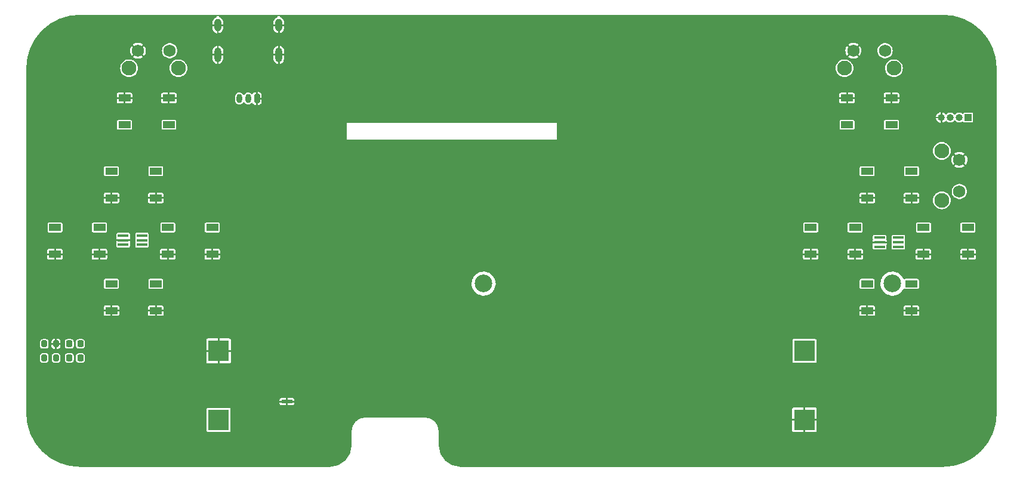
<source format=gbr>
G04 #@! TF.GenerationSoftware,KiCad,Pcbnew,7.0.9*
G04 #@! TF.CreationDate,2024-02-19T16:20:49+08:00*
G04 #@! TF.ProjectId,Teeny_girl,5465656e-795f-4676-9972-6c2e6b696361,rev?*
G04 #@! TF.SameCoordinates,Original*
G04 #@! TF.FileFunction,Copper,L1,Top*
G04 #@! TF.FilePolarity,Positive*
%FSLAX46Y46*%
G04 Gerber Fmt 4.6, Leading zero omitted, Abs format (unit mm)*
G04 Created by KiCad (PCBNEW 7.0.9) date 2024-02-19 16:20:49*
%MOMM*%
%LPD*%
G01*
G04 APERTURE LIST*
G04 Aperture macros list*
%AMRoundRect*
0 Rectangle with rounded corners*
0 $1 Rounding radius*
0 $2 $3 $4 $5 $6 $7 $8 $9 X,Y pos of 4 corners*
0 Add a 4 corners polygon primitive as box body*
4,1,4,$2,$3,$4,$5,$6,$7,$8,$9,$2,$3,0*
0 Add four circle primitives for the rounded corners*
1,1,$1+$1,$2,$3*
1,1,$1+$1,$4,$5*
1,1,$1+$1,$6,$7*
1,1,$1+$1,$8,$9*
0 Add four rect primitives between the rounded corners*
20,1,$1+$1,$2,$3,$4,$5,0*
20,1,$1+$1,$4,$5,$6,$7,0*
20,1,$1+$1,$6,$7,$8,$9,0*
20,1,$1+$1,$8,$9,$2,$3,0*%
G04 Aperture macros list end*
G04 #@! TA.AperFunction,SMDPad,CuDef*
%ADD10R,1.700000X1.000000*%
G04 #@! TD*
G04 #@! TA.AperFunction,SMDPad,CuDef*
%ADD11RoundRect,0.200000X0.200000X0.275000X-0.200000X0.275000X-0.200000X-0.275000X0.200000X-0.275000X0*%
G04 #@! TD*
G04 #@! TA.AperFunction,SMDPad,CuDef*
%ADD12RoundRect,0.218750X0.218750X0.256250X-0.218750X0.256250X-0.218750X-0.256250X0.218750X-0.256250X0*%
G04 #@! TD*
G04 #@! TA.AperFunction,SMDPad,CuDef*
%ADD13RoundRect,0.200000X-0.200000X-0.275000X0.200000X-0.275000X0.200000X0.275000X-0.200000X0.275000X0*%
G04 #@! TD*
G04 #@! TA.AperFunction,SMDPad,CuDef*
%ADD14R,1.500000X0.400000*%
G04 #@! TD*
G04 #@! TA.AperFunction,SMDPad,CuDef*
%ADD15R,3.000000X3.000000*%
G04 #@! TD*
G04 #@! TA.AperFunction,ComponentPad*
%ADD16C,2.100000*%
G04 #@! TD*
G04 #@! TA.AperFunction,ComponentPad*
%ADD17C,1.750000*%
G04 #@! TD*
G04 #@! TA.AperFunction,ComponentPad*
%ADD18C,2.500000*%
G04 #@! TD*
G04 #@! TA.AperFunction,ComponentPad*
%ADD19C,0.500000*%
G04 #@! TD*
G04 #@! TA.AperFunction,SMDPad,CuDef*
%ADD20R,1.600000X0.500000*%
G04 #@! TD*
G04 #@! TA.AperFunction,ComponentPad*
%ADD21O,1.000000X1.800000*%
G04 #@! TD*
G04 #@! TA.AperFunction,ComponentPad*
%ADD22O,1.000000X2.100000*%
G04 #@! TD*
G04 #@! TA.AperFunction,ComponentPad*
%ADD23R,1.000000X1.000000*%
G04 #@! TD*
G04 #@! TA.AperFunction,ComponentPad*
%ADD24O,1.000000X1.000000*%
G04 #@! TD*
G04 #@! TA.AperFunction,ComponentPad*
%ADD25RoundRect,0.200000X0.200000X0.450000X-0.200000X0.450000X-0.200000X-0.450000X0.200000X-0.450000X0*%
G04 #@! TD*
G04 #@! TA.AperFunction,ComponentPad*
%ADD26O,0.800000X1.300000*%
G04 #@! TD*
G04 #@! TA.AperFunction,Profile*
%ADD27C,0.150000*%
G04 #@! TD*
G04 APERTURE END LIST*
D10*
X86045000Y-77741900D03*
X92345000Y-77741900D03*
X86045000Y-81541900D03*
X92345000Y-81541900D03*
D11*
X78182500Y-88266900D03*
X76532500Y-88266900D03*
D10*
X193245000Y-77741900D03*
X199545000Y-77741900D03*
X193245000Y-81541900D03*
X199545000Y-81541900D03*
D12*
X81645000Y-86266900D03*
X80070000Y-86266900D03*
D13*
X76532500Y-86266900D03*
X78182500Y-86266900D03*
D10*
X201245000Y-69741900D03*
X207545000Y-69741900D03*
X201245000Y-73541900D03*
X207545000Y-73541900D03*
D12*
X81645000Y-88266900D03*
X80070000Y-88266900D03*
D10*
X94195000Y-55171900D03*
X87895000Y-55171900D03*
X94195000Y-51371900D03*
X87895000Y-51371900D03*
X94045000Y-69741900D03*
X100345000Y-69741900D03*
X94045000Y-73541900D03*
X100345000Y-73541900D03*
D14*
X87715000Y-70891900D03*
X87715000Y-71541900D03*
X87715000Y-72191900D03*
X90375000Y-72191900D03*
X90375000Y-71541900D03*
X90375000Y-70891900D03*
D15*
X101245000Y-87251900D03*
X101245000Y-97031900D03*
D10*
X86045000Y-61741900D03*
X92345000Y-61741900D03*
X86045000Y-65541900D03*
X92345000Y-65541900D03*
D15*
X184345000Y-97031900D03*
X184345000Y-87251900D03*
D14*
X195015000Y-71191900D03*
X195015000Y-71841900D03*
X195015000Y-72491900D03*
X197675000Y-72491900D03*
X197675000Y-71841900D03*
X197675000Y-71191900D03*
D10*
X193245000Y-61741900D03*
X199545000Y-61741900D03*
X193245000Y-65541900D03*
X199545000Y-65541900D03*
X185245000Y-69741900D03*
X191545000Y-69741900D03*
X185245000Y-73541900D03*
X191545000Y-73541900D03*
X78045000Y-69741900D03*
X84345000Y-69741900D03*
X78045000Y-73541900D03*
X84345000Y-73541900D03*
X196695000Y-55166900D03*
X190395000Y-55166900D03*
X196695000Y-51366900D03*
X190395000Y-51366900D03*
D16*
X197045000Y-47141900D03*
X190035000Y-47141900D03*
D17*
X195795000Y-44651900D03*
X191295000Y-44651900D03*
D18*
X138855000Y-77716900D03*
X196855000Y-77716900D03*
D16*
X203842500Y-65891900D03*
X203842500Y-58881900D03*
D17*
X206332500Y-64641900D03*
X206332500Y-60141900D03*
D19*
X111495000Y-94466900D03*
D20*
X110945000Y-94466900D03*
D19*
X110395000Y-94466900D03*
D21*
X101145000Y-41036900D03*
D22*
X101145000Y-45236900D03*
D21*
X109785000Y-41036900D03*
D22*
X109785000Y-45236900D03*
D23*
X207585000Y-54141900D03*
D24*
X206315000Y-54141900D03*
X205045000Y-54141900D03*
X203775000Y-54141900D03*
D16*
X95555000Y-47141900D03*
X88545000Y-47141900D03*
D17*
X94305000Y-44651900D03*
X89805000Y-44651900D03*
D25*
X106695000Y-51441900D03*
D26*
X105445000Y-51441900D03*
X104195000Y-51441900D03*
G04 #@! TA.AperFunction,Conductor*
G36*
X100907545Y-39712085D02*
G01*
X100953300Y-39764889D01*
X100963244Y-39834047D01*
X100934219Y-39897603D01*
X100889620Y-39930259D01*
X100767445Y-39982959D01*
X100626814Y-40087656D01*
X100514118Y-40221961D01*
X100514117Y-40221963D01*
X100435433Y-40378635D01*
X100395000Y-40549239D01*
X100395000Y-40911900D01*
X100845000Y-40911900D01*
X100845000Y-41161900D01*
X100395000Y-41161900D01*
X100395000Y-41480577D01*
X100410248Y-41611039D01*
X100470212Y-41775789D01*
X100566556Y-41922273D01*
X100694078Y-42042585D01*
X100845916Y-42130248D01*
X101013880Y-42180534D01*
X101020000Y-42180890D01*
X101020000Y-41713241D01*
X101116840Y-41740795D01*
X101228521Y-41730446D01*
X101270000Y-41709791D01*
X101270000Y-42176428D01*
X101361563Y-42160284D01*
X101522554Y-42090840D01*
X101663185Y-41986143D01*
X101775881Y-41851838D01*
X101775882Y-41851836D01*
X101854566Y-41695164D01*
X101895000Y-41524560D01*
X101895000Y-41161900D01*
X101445000Y-41161900D01*
X101445000Y-40911900D01*
X101895000Y-40911900D01*
X101895000Y-40593223D01*
X101894999Y-40593222D01*
X101879751Y-40462760D01*
X101819787Y-40298010D01*
X101723443Y-40151526D01*
X101595921Y-40031214D01*
X101444081Y-39943550D01*
X101444080Y-39943549D01*
X101416158Y-39935190D01*
X101357581Y-39897105D01*
X101328893Y-39833397D01*
X101339203Y-39764292D01*
X101385237Y-39711731D01*
X101451723Y-39692400D01*
X109480506Y-39692400D01*
X109547545Y-39712085D01*
X109593300Y-39764889D01*
X109603244Y-39834047D01*
X109574219Y-39897603D01*
X109529620Y-39930259D01*
X109407445Y-39982959D01*
X109266814Y-40087656D01*
X109154118Y-40221961D01*
X109154117Y-40221963D01*
X109075433Y-40378635D01*
X109035000Y-40549239D01*
X109035000Y-40911900D01*
X109485000Y-40911900D01*
X109485000Y-41161900D01*
X109035000Y-41161900D01*
X109035000Y-41480577D01*
X109050248Y-41611039D01*
X109110212Y-41775789D01*
X109206556Y-41922273D01*
X109334078Y-42042585D01*
X109485916Y-42130248D01*
X109653880Y-42180534D01*
X109660000Y-42180890D01*
X109660000Y-41713241D01*
X109756840Y-41740795D01*
X109868521Y-41730446D01*
X109910000Y-41709791D01*
X109910000Y-42176428D01*
X110001563Y-42160284D01*
X110162554Y-42090840D01*
X110303185Y-41986143D01*
X110415881Y-41851838D01*
X110415882Y-41851836D01*
X110494566Y-41695164D01*
X110535000Y-41524560D01*
X110535000Y-41161900D01*
X110085000Y-41161900D01*
X110085000Y-40911900D01*
X110535000Y-40911900D01*
X110535000Y-40593223D01*
X110534999Y-40593222D01*
X110519751Y-40462760D01*
X110459787Y-40298010D01*
X110363443Y-40151526D01*
X110235921Y-40031214D01*
X110084081Y-39943550D01*
X110084080Y-39943549D01*
X110056158Y-39935190D01*
X109997581Y-39897105D01*
X109968893Y-39833397D01*
X109979203Y-39764292D01*
X110025237Y-39711731D01*
X110091723Y-39692400D01*
X204028592Y-39692400D01*
X204044999Y-39692400D01*
X204071454Y-39693344D01*
X204574238Y-39711301D01*
X204578636Y-39711616D01*
X205102987Y-39767989D01*
X205107337Y-39768615D01*
X205626351Y-39862255D01*
X205630623Y-39863184D01*
X206141643Y-39993614D01*
X206145863Y-39994854D01*
X206646234Y-40161394D01*
X206650373Y-40162938D01*
X207137584Y-40364747D01*
X207141611Y-40366586D01*
X207613181Y-40602637D01*
X207617067Y-40604759D01*
X208070605Y-40873856D01*
X208074314Y-40876238D01*
X208428442Y-41122114D01*
X208507503Y-41177007D01*
X208511025Y-41179642D01*
X208921673Y-41510565D01*
X208924999Y-41513447D01*
X209310970Y-41872798D01*
X209314101Y-41875929D01*
X209673452Y-42261900D01*
X209676336Y-42265228D01*
X210007253Y-42675870D01*
X210009892Y-42679396D01*
X210310656Y-43112578D01*
X210313043Y-43116294D01*
X210582140Y-43569832D01*
X210584262Y-43573718D01*
X210820313Y-44045288D01*
X210822152Y-44049315D01*
X211023961Y-44536526D01*
X211025508Y-44540674D01*
X211192042Y-45041028D01*
X211193289Y-45045275D01*
X211323710Y-45556255D01*
X211324648Y-45560568D01*
X211418281Y-46079543D01*
X211418911Y-46083925D01*
X211475283Y-46608263D01*
X211475599Y-46612679D01*
X211494500Y-47141900D01*
X211494500Y-96141900D01*
X211475599Y-96671120D01*
X211475283Y-96675536D01*
X211418911Y-97199874D01*
X211418281Y-97204256D01*
X211324648Y-97723231D01*
X211323707Y-97727557D01*
X211193290Y-98238523D01*
X211192042Y-98242771D01*
X211025508Y-98743125D01*
X211023961Y-98747273D01*
X210822152Y-99234484D01*
X210820313Y-99238511D01*
X210584262Y-99710081D01*
X210582140Y-99713967D01*
X210313043Y-100167505D01*
X210310650Y-100171230D01*
X210009892Y-100604403D01*
X210007243Y-100607942D01*
X209713755Y-100972139D01*
X209676352Y-101018553D01*
X209673452Y-101021899D01*
X209314101Y-101407870D01*
X209310970Y-101411001D01*
X208924999Y-101770352D01*
X208921657Y-101773248D01*
X208733733Y-101924688D01*
X208511048Y-102104139D01*
X208507503Y-102106792D01*
X208074330Y-102407550D01*
X208070605Y-102409943D01*
X207617067Y-102679040D01*
X207613181Y-102681162D01*
X207141611Y-102917213D01*
X207137584Y-102919052D01*
X206650373Y-103120861D01*
X206646225Y-103122408D01*
X206145871Y-103288942D01*
X206141623Y-103290190D01*
X206100673Y-103300642D01*
X205630649Y-103420608D01*
X205626331Y-103421548D01*
X205107356Y-103515181D01*
X205102974Y-103515811D01*
X204578636Y-103572183D01*
X204574220Y-103572499D01*
X204045000Y-103591400D01*
X135546742Y-103591400D01*
X135543265Y-103591302D01*
X135218238Y-103573049D01*
X135211324Y-103572270D01*
X134892112Y-103518033D01*
X134885328Y-103516485D01*
X134574187Y-103426847D01*
X134567620Y-103424549D01*
X134370300Y-103342817D01*
X134268476Y-103300640D01*
X134262211Y-103297623D01*
X134247772Y-103289643D01*
X134031411Y-103170064D01*
X133978815Y-103140995D01*
X133972932Y-103137298D01*
X133708853Y-102949924D01*
X133703426Y-102945596D01*
X133542618Y-102801889D01*
X133461987Y-102729832D01*
X133457067Y-102724912D01*
X133365064Y-102621961D01*
X133241301Y-102483471D01*
X133236977Y-102478048D01*
X133049597Y-102213962D01*
X133045904Y-102208084D01*
X132989922Y-102106792D01*
X132889272Y-101924679D01*
X132886262Y-101918431D01*
X132762349Y-101619276D01*
X132760052Y-101612712D01*
X132670414Y-101301571D01*
X132668866Y-101294787D01*
X132639127Y-101119758D01*
X132614627Y-100975561D01*
X132613851Y-100968671D01*
X132604276Y-100798176D01*
X132595598Y-100643635D01*
X132595500Y-100640158D01*
X132595500Y-98507502D01*
X132584950Y-98427368D01*
X132560416Y-98241009D01*
X132490847Y-97981374D01*
X132452132Y-97887908D01*
X132387988Y-97733049D01*
X132387980Y-97733033D01*
X132339964Y-97649868D01*
X132253587Y-97500259D01*
X132089956Y-97287010D01*
X132089951Y-97287004D01*
X131959847Y-97156900D01*
X182595000Y-97156900D01*
X182595000Y-98556528D01*
X182609503Y-98629440D01*
X182609505Y-98629444D01*
X182664760Y-98712139D01*
X182747455Y-98767394D01*
X182747459Y-98767396D01*
X182820371Y-98781899D01*
X182820374Y-98781900D01*
X184220000Y-98781900D01*
X184220000Y-97156900D01*
X184470000Y-97156900D01*
X184470000Y-98781900D01*
X185869626Y-98781900D01*
X185869628Y-98781899D01*
X185942540Y-98767396D01*
X185942544Y-98767394D01*
X186025239Y-98712139D01*
X186080494Y-98629444D01*
X186080496Y-98629440D01*
X186094999Y-98556528D01*
X186095000Y-98556526D01*
X186095000Y-97156900D01*
X184470000Y-97156900D01*
X184220000Y-97156900D01*
X182595000Y-97156900D01*
X131959847Y-97156900D01*
X131899895Y-97096948D01*
X131899888Y-97096942D01*
X131686645Y-96933316D01*
X131686644Y-96933315D01*
X131686641Y-96933313D01*
X131640892Y-96906900D01*
X182595000Y-96906900D01*
X184220000Y-96906900D01*
X184220000Y-95281900D01*
X184470000Y-95281900D01*
X184470000Y-96906900D01*
X186095000Y-96906900D01*
X186095000Y-95507273D01*
X186094999Y-95507271D01*
X186080496Y-95434359D01*
X186080494Y-95434355D01*
X186025239Y-95351660D01*
X185942544Y-95296405D01*
X185942540Y-95296403D01*
X185869627Y-95281900D01*
X184470000Y-95281900D01*
X184220000Y-95281900D01*
X182820373Y-95281900D01*
X182747459Y-95296403D01*
X182747455Y-95296405D01*
X182664760Y-95351660D01*
X182609505Y-95434355D01*
X182609503Y-95434359D01*
X182595000Y-95507271D01*
X182595000Y-96906900D01*
X131640892Y-96906900D01*
X131593832Y-96879730D01*
X131453866Y-96798919D01*
X131453850Y-96798911D01*
X131205524Y-96696052D01*
X131075708Y-96661268D01*
X130945891Y-96626484D01*
X130945885Y-96626483D01*
X130945880Y-96626482D01*
X130679398Y-96591400D01*
X130679397Y-96591400D01*
X130555045Y-96591400D01*
X122061408Y-96591400D01*
X122045000Y-96591400D01*
X121910603Y-96591400D01*
X121910602Y-96591400D01*
X121644119Y-96626482D01*
X121644112Y-96626483D01*
X121644109Y-96626484D01*
X121589239Y-96641186D01*
X121384475Y-96696052D01*
X121136149Y-96798911D01*
X121136133Y-96798919D01*
X120903354Y-96933316D01*
X120690111Y-97096942D01*
X120690104Y-97096948D01*
X120500048Y-97287004D01*
X120500042Y-97287011D01*
X120336416Y-97500254D01*
X120202019Y-97733033D01*
X120202011Y-97733049D01*
X120099152Y-97981375D01*
X120029585Y-98241006D01*
X120029582Y-98241019D01*
X119994500Y-98507502D01*
X119994500Y-100640158D01*
X119994402Y-100643635D01*
X119976149Y-100968661D01*
X119975370Y-100975575D01*
X119921133Y-101294787D01*
X119919585Y-101301571D01*
X119829947Y-101612712D01*
X119827649Y-101619279D01*
X119703742Y-101918419D01*
X119700723Y-101924688D01*
X119544095Y-102208084D01*
X119540393Y-102213976D01*
X119353029Y-102478040D01*
X119348691Y-102483480D01*
X119132932Y-102724912D01*
X119128012Y-102729832D01*
X118886580Y-102945591D01*
X118881140Y-102949929D01*
X118617076Y-103137293D01*
X118611184Y-103140995D01*
X118327788Y-103297623D01*
X118321519Y-103300642D01*
X118022379Y-103424549D01*
X118015812Y-103426847D01*
X117704671Y-103516485D01*
X117697887Y-103518033D01*
X117378675Y-103572270D01*
X117371761Y-103573049D01*
X117046735Y-103591302D01*
X117043258Y-103591400D01*
X81545000Y-103591400D01*
X81015779Y-103572499D01*
X81011363Y-103572183D01*
X80487025Y-103515811D01*
X80482643Y-103515181D01*
X79963668Y-103421548D01*
X79959355Y-103420610D01*
X79448375Y-103290189D01*
X79444128Y-103288942D01*
X78943774Y-103122408D01*
X78939626Y-103120861D01*
X78452415Y-102919052D01*
X78448388Y-102917213D01*
X77976818Y-102681162D01*
X77972932Y-102679040D01*
X77519394Y-102409943D01*
X77515678Y-102407556D01*
X77082496Y-102106792D01*
X77078970Y-102104153D01*
X76668328Y-101773236D01*
X76665000Y-101770352D01*
X76279029Y-101411001D01*
X76275898Y-101407870D01*
X75916547Y-101021899D01*
X75913665Y-101018573D01*
X75582742Y-100607925D01*
X75580107Y-100604403D01*
X75358620Y-100285401D01*
X75279338Y-100171214D01*
X75276956Y-100167505D01*
X75007859Y-99713967D01*
X75005737Y-99710081D01*
X74769686Y-99238511D01*
X74767847Y-99234484D01*
X74566038Y-98747273D01*
X74564491Y-98743125D01*
X74560921Y-98732400D01*
X74500762Y-98551652D01*
X99544500Y-98551652D01*
X99556131Y-98610129D01*
X99556132Y-98610130D01*
X99600447Y-98676452D01*
X99666769Y-98720767D01*
X99666770Y-98720768D01*
X99725247Y-98732399D01*
X99725250Y-98732400D01*
X99725252Y-98732400D01*
X102764750Y-98732400D01*
X102764751Y-98732399D01*
X102779568Y-98729452D01*
X102823229Y-98720768D01*
X102823229Y-98720767D01*
X102823231Y-98720767D01*
X102889552Y-98676452D01*
X102933867Y-98610131D01*
X102933867Y-98610129D01*
X102933868Y-98610129D01*
X102945499Y-98551652D01*
X102945500Y-98551650D01*
X102945500Y-95512149D01*
X102945499Y-95512147D01*
X102933868Y-95453670D01*
X102933867Y-95453669D01*
X102889552Y-95387347D01*
X102823230Y-95343032D01*
X102823229Y-95343031D01*
X102764752Y-95331400D01*
X102764748Y-95331400D01*
X99725252Y-95331400D01*
X99725247Y-95331400D01*
X99666770Y-95343031D01*
X99666769Y-95343032D01*
X99600447Y-95387347D01*
X99556132Y-95453669D01*
X99556131Y-95453670D01*
X99544500Y-95512147D01*
X99544500Y-98551652D01*
X74500762Y-98551652D01*
X74397954Y-98242763D01*
X74396714Y-98238543D01*
X74266284Y-97727523D01*
X74265355Y-97723251D01*
X74171715Y-97204237D01*
X74171088Y-97199874D01*
X74160022Y-97096948D01*
X74114716Y-96675536D01*
X74114401Y-96671138D01*
X74095500Y-96141900D01*
X74095500Y-96125492D01*
X74095500Y-94591900D01*
X109895000Y-94591900D01*
X109895000Y-94741528D01*
X109909503Y-94814440D01*
X109909505Y-94814444D01*
X109964760Y-94897139D01*
X110047455Y-94952394D01*
X110047459Y-94952396D01*
X110120371Y-94966899D01*
X110120374Y-94966900D01*
X110820000Y-94966900D01*
X110820000Y-94591900D01*
X111070000Y-94591900D01*
X111070000Y-94966900D01*
X111769626Y-94966900D01*
X111769628Y-94966899D01*
X111842540Y-94952396D01*
X111842544Y-94952394D01*
X111925239Y-94897139D01*
X111980494Y-94814444D01*
X111980496Y-94814440D01*
X111994999Y-94741528D01*
X111995000Y-94741526D01*
X111995000Y-94591900D01*
X111070000Y-94591900D01*
X110820000Y-94591900D01*
X109895000Y-94591900D01*
X74095500Y-94591900D01*
X74095500Y-94499392D01*
X110295000Y-94499392D01*
X110333197Y-94551965D01*
X110379162Y-94566900D01*
X110410838Y-94566900D01*
X110456803Y-94551965D01*
X110495000Y-94499392D01*
X111395000Y-94499392D01*
X111433197Y-94551965D01*
X111479162Y-94566900D01*
X111510838Y-94566900D01*
X111556803Y-94551965D01*
X111595000Y-94499392D01*
X111595000Y-94434408D01*
X111556803Y-94381835D01*
X111510838Y-94366900D01*
X111479162Y-94366900D01*
X111433197Y-94381835D01*
X111395000Y-94434408D01*
X111395000Y-94499392D01*
X110495000Y-94499392D01*
X110495000Y-94434408D01*
X110456803Y-94381835D01*
X110410838Y-94366900D01*
X110379162Y-94366900D01*
X110333197Y-94381835D01*
X110295000Y-94434408D01*
X110295000Y-94499392D01*
X74095500Y-94499392D01*
X74095500Y-94341900D01*
X109895000Y-94341900D01*
X110820000Y-94341900D01*
X110820000Y-93966900D01*
X111070000Y-93966900D01*
X111070000Y-94341900D01*
X111995000Y-94341900D01*
X111995000Y-94192273D01*
X111994999Y-94192271D01*
X111980496Y-94119359D01*
X111980494Y-94119355D01*
X111925239Y-94036660D01*
X111842544Y-93981405D01*
X111842540Y-93981403D01*
X111769627Y-93966900D01*
X111070000Y-93966900D01*
X110820000Y-93966900D01*
X110120373Y-93966900D01*
X110047459Y-93981403D01*
X110047455Y-93981405D01*
X109964760Y-94036660D01*
X109909505Y-94119355D01*
X109909503Y-94119359D01*
X109895000Y-94192271D01*
X109895000Y-94341900D01*
X74095500Y-94341900D01*
X74095500Y-88573417D01*
X75932000Y-88573417D01*
X75942792Y-88641557D01*
X75946854Y-88667204D01*
X76004450Y-88780242D01*
X76004452Y-88780244D01*
X76004454Y-88780247D01*
X76094152Y-88869945D01*
X76094154Y-88869946D01*
X76094158Y-88869950D01*
X76205832Y-88926851D01*
X76207198Y-88927547D01*
X76300975Y-88942399D01*
X76300981Y-88942400D01*
X76764018Y-88942399D01*
X76857804Y-88927546D01*
X76970842Y-88869950D01*
X77060550Y-88780242D01*
X77118146Y-88667204D01*
X77118146Y-88667202D01*
X77118147Y-88667201D01*
X77132999Y-88573424D01*
X77133000Y-88573419D01*
X77133000Y-88573417D01*
X77582000Y-88573417D01*
X77592792Y-88641557D01*
X77596854Y-88667204D01*
X77654450Y-88780242D01*
X77654452Y-88780244D01*
X77654454Y-88780247D01*
X77744152Y-88869945D01*
X77744154Y-88869946D01*
X77744158Y-88869950D01*
X77855832Y-88926851D01*
X77857198Y-88927547D01*
X77950975Y-88942399D01*
X77950981Y-88942400D01*
X78414018Y-88942399D01*
X78507804Y-88927546D01*
X78620842Y-88869950D01*
X78710550Y-88780242D01*
X78768146Y-88667204D01*
X78768146Y-88667202D01*
X78768147Y-88667201D01*
X78782999Y-88573424D01*
X78783000Y-88573419D01*
X78783000Y-88556151D01*
X79432000Y-88556151D01*
X79447547Y-88654317D01*
X79466864Y-88692229D01*
X79507842Y-88772651D01*
X79507844Y-88772653D01*
X79507846Y-88772656D01*
X79601743Y-88866553D01*
X79601745Y-88866554D01*
X79601749Y-88866558D01*
X79720080Y-88926851D01*
X79720081Y-88926851D01*
X79720083Y-88926852D01*
X79720082Y-88926852D01*
X79818249Y-88942400D01*
X79818254Y-88942400D01*
X80321751Y-88942400D01*
X80419917Y-88926852D01*
X80419918Y-88926851D01*
X80419920Y-88926851D01*
X80538251Y-88866558D01*
X80632158Y-88772651D01*
X80692451Y-88654320D01*
X80692451Y-88654318D01*
X80692452Y-88654317D01*
X80708000Y-88556151D01*
X81007000Y-88556151D01*
X81022547Y-88654317D01*
X81041864Y-88692229D01*
X81082842Y-88772651D01*
X81082844Y-88772653D01*
X81082846Y-88772656D01*
X81176743Y-88866553D01*
X81176745Y-88866554D01*
X81176749Y-88866558D01*
X81295080Y-88926851D01*
X81295081Y-88926851D01*
X81295083Y-88926852D01*
X81295082Y-88926852D01*
X81393249Y-88942400D01*
X81393254Y-88942400D01*
X81896751Y-88942400D01*
X81994917Y-88926852D01*
X81994918Y-88926851D01*
X81994920Y-88926851D01*
X82113251Y-88866558D01*
X82207158Y-88772651D01*
X82267451Y-88654320D01*
X82267451Y-88654318D01*
X82267452Y-88654317D01*
X82283000Y-88556151D01*
X82283000Y-87977648D01*
X82267452Y-87879482D01*
X82260886Y-87866596D01*
X82207158Y-87761149D01*
X82207154Y-87761145D01*
X82207153Y-87761143D01*
X82113256Y-87667246D01*
X82113253Y-87667244D01*
X82113251Y-87667242D01*
X81994920Y-87606949D01*
X81994919Y-87606948D01*
X81994916Y-87606947D01*
X81994917Y-87606947D01*
X81896751Y-87591400D01*
X81896746Y-87591400D01*
X81393254Y-87591400D01*
X81393249Y-87591400D01*
X81295082Y-87606947D01*
X81216192Y-87647144D01*
X81176749Y-87667242D01*
X81176748Y-87667243D01*
X81176743Y-87667246D01*
X81082846Y-87761143D01*
X81082843Y-87761148D01*
X81022547Y-87879482D01*
X81007000Y-87977648D01*
X81007000Y-88556151D01*
X80708000Y-88556151D01*
X80708000Y-87977648D01*
X80692452Y-87879482D01*
X80685886Y-87866596D01*
X80632158Y-87761149D01*
X80632154Y-87761145D01*
X80632153Y-87761143D01*
X80538256Y-87667246D01*
X80538253Y-87667244D01*
X80538251Y-87667242D01*
X80419920Y-87606949D01*
X80419919Y-87606948D01*
X80419916Y-87606947D01*
X80419917Y-87606947D01*
X80321751Y-87591400D01*
X80321746Y-87591400D01*
X79818254Y-87591400D01*
X79818249Y-87591400D01*
X79720082Y-87606947D01*
X79641192Y-87647144D01*
X79601749Y-87667242D01*
X79601748Y-87667243D01*
X79601743Y-87667246D01*
X79507846Y-87761143D01*
X79507843Y-87761148D01*
X79447547Y-87879482D01*
X79432000Y-87977648D01*
X79432000Y-88556151D01*
X78783000Y-88556151D01*
X78782999Y-87960382D01*
X78768146Y-87866596D01*
X78710550Y-87753558D01*
X78710546Y-87753554D01*
X78710545Y-87753552D01*
X78620847Y-87663854D01*
X78620844Y-87663852D01*
X78620842Y-87663850D01*
X78544017Y-87624705D01*
X78507801Y-87606252D01*
X78414024Y-87591400D01*
X77950982Y-87591400D01*
X77870019Y-87604223D01*
X77857196Y-87606254D01*
X77744158Y-87663850D01*
X77744157Y-87663851D01*
X77744152Y-87663854D01*
X77654454Y-87753552D01*
X77654451Y-87753557D01*
X77654450Y-87753558D01*
X77635251Y-87791237D01*
X77596852Y-87866598D01*
X77582000Y-87960375D01*
X77582000Y-88573417D01*
X77133000Y-88573417D01*
X77132999Y-87960382D01*
X77118146Y-87866596D01*
X77060550Y-87753558D01*
X77060546Y-87753554D01*
X77060545Y-87753552D01*
X76970847Y-87663854D01*
X76970844Y-87663852D01*
X76970842Y-87663850D01*
X76894017Y-87624705D01*
X76857801Y-87606252D01*
X76764024Y-87591400D01*
X76300982Y-87591400D01*
X76220019Y-87604223D01*
X76207196Y-87606254D01*
X76094158Y-87663850D01*
X76094157Y-87663851D01*
X76094152Y-87663854D01*
X76004454Y-87753552D01*
X76004451Y-87753557D01*
X76004450Y-87753558D01*
X75985251Y-87791237D01*
X75946852Y-87866598D01*
X75932000Y-87960375D01*
X75932000Y-88573417D01*
X74095500Y-88573417D01*
X74095500Y-87376900D01*
X99495000Y-87376900D01*
X99495000Y-88776528D01*
X99509503Y-88849440D01*
X99509505Y-88849444D01*
X99564760Y-88932139D01*
X99647455Y-88987394D01*
X99647459Y-88987396D01*
X99720371Y-89001899D01*
X99720374Y-89001900D01*
X101120000Y-89001900D01*
X101120000Y-87376900D01*
X101370000Y-87376900D01*
X101370000Y-89001900D01*
X102769626Y-89001900D01*
X102769628Y-89001899D01*
X102842540Y-88987396D01*
X102842544Y-88987394D01*
X102925239Y-88932139D01*
X102980494Y-88849444D01*
X102980496Y-88849440D01*
X102994999Y-88776528D01*
X102995000Y-88776526D01*
X102995000Y-88771652D01*
X182644500Y-88771652D01*
X182656131Y-88830129D01*
X182656132Y-88830130D01*
X182700447Y-88896452D01*
X182766769Y-88940767D01*
X182766770Y-88940768D01*
X182825247Y-88952399D01*
X182825250Y-88952400D01*
X182825252Y-88952400D01*
X185864750Y-88952400D01*
X185864751Y-88952399D01*
X185879568Y-88949452D01*
X185923229Y-88940768D01*
X185923229Y-88940767D01*
X185923231Y-88940767D01*
X185989552Y-88896452D01*
X186033867Y-88830131D01*
X186033867Y-88830129D01*
X186033868Y-88830129D01*
X186042552Y-88786468D01*
X186045500Y-88771648D01*
X186045500Y-85732152D01*
X186045500Y-85732149D01*
X186045499Y-85732147D01*
X186033868Y-85673670D01*
X186033867Y-85673669D01*
X185989552Y-85607347D01*
X185923230Y-85563032D01*
X185923229Y-85563031D01*
X185864752Y-85551400D01*
X185864748Y-85551400D01*
X182825252Y-85551400D01*
X182825247Y-85551400D01*
X182766770Y-85563031D01*
X182766769Y-85563032D01*
X182700447Y-85607347D01*
X182656132Y-85673669D01*
X182656131Y-85673670D01*
X182644500Y-85732147D01*
X182644500Y-88771652D01*
X102995000Y-88771652D01*
X102995000Y-87376900D01*
X101370000Y-87376900D01*
X101120000Y-87376900D01*
X99495000Y-87376900D01*
X74095500Y-87376900D01*
X74095500Y-87126900D01*
X99495000Y-87126900D01*
X101120000Y-87126900D01*
X101120000Y-85501900D01*
X101370000Y-85501900D01*
X101370000Y-87126900D01*
X102995000Y-87126900D01*
X102995000Y-85727273D01*
X102994999Y-85727271D01*
X102980496Y-85654359D01*
X102980494Y-85654355D01*
X102925239Y-85571660D01*
X102842544Y-85516405D01*
X102842540Y-85516403D01*
X102769627Y-85501900D01*
X101370000Y-85501900D01*
X101120000Y-85501900D01*
X99720373Y-85501900D01*
X99647459Y-85516403D01*
X99647455Y-85516405D01*
X99564760Y-85571660D01*
X99509505Y-85654355D01*
X99509503Y-85654359D01*
X99495000Y-85727271D01*
X99495000Y-87126900D01*
X74095500Y-87126900D01*
X74095500Y-86573417D01*
X75932000Y-86573417D01*
X75942792Y-86641557D01*
X75946854Y-86667204D01*
X76004450Y-86780242D01*
X76004452Y-86780244D01*
X76004454Y-86780247D01*
X76094152Y-86869945D01*
X76094154Y-86869946D01*
X76094158Y-86869950D01*
X76205832Y-86926851D01*
X76207198Y-86927547D01*
X76300975Y-86942399D01*
X76300981Y-86942400D01*
X76764018Y-86942399D01*
X76857804Y-86927546D01*
X76970842Y-86869950D01*
X77060550Y-86780242D01*
X77118146Y-86667204D01*
X77118146Y-86667202D01*
X77118147Y-86667201D01*
X77132999Y-86573424D01*
X77133000Y-86573419D01*
X77133000Y-86391900D01*
X77532501Y-86391900D01*
X77532501Y-86596096D01*
X77535351Y-86626506D01*
X77580153Y-86754545D01*
X77660707Y-86863692D01*
X77769854Y-86944246D01*
X77897897Y-86989049D01*
X77928278Y-86991898D01*
X77928306Y-86991899D01*
X78057499Y-86991899D01*
X78057500Y-86991898D01*
X78057500Y-86391900D01*
X78307500Y-86391900D01*
X78307500Y-86991899D01*
X78436696Y-86991899D01*
X78467106Y-86989048D01*
X78595145Y-86944246D01*
X78704292Y-86863692D01*
X78784846Y-86754545D01*
X78829649Y-86626504D01*
X78829649Y-86626500D01*
X78832500Y-86596106D01*
X78832500Y-86556151D01*
X79432000Y-86556151D01*
X79447547Y-86654317D01*
X79466864Y-86692229D01*
X79507842Y-86772651D01*
X79507844Y-86772653D01*
X79507846Y-86772656D01*
X79601743Y-86866553D01*
X79601745Y-86866554D01*
X79601749Y-86866558D01*
X79720080Y-86926851D01*
X79720081Y-86926851D01*
X79720083Y-86926852D01*
X79720082Y-86926852D01*
X79818249Y-86942400D01*
X79818254Y-86942400D01*
X80321751Y-86942400D01*
X80419917Y-86926852D01*
X80419918Y-86926851D01*
X80419920Y-86926851D01*
X80538251Y-86866558D01*
X80632158Y-86772651D01*
X80692451Y-86654320D01*
X80692451Y-86654318D01*
X80692452Y-86654317D01*
X80708000Y-86556151D01*
X81007000Y-86556151D01*
X81022547Y-86654317D01*
X81041864Y-86692229D01*
X81082842Y-86772651D01*
X81082844Y-86772653D01*
X81082846Y-86772656D01*
X81176743Y-86866553D01*
X81176745Y-86866554D01*
X81176749Y-86866558D01*
X81295080Y-86926851D01*
X81295081Y-86926851D01*
X81295083Y-86926852D01*
X81295082Y-86926852D01*
X81393249Y-86942400D01*
X81393254Y-86942400D01*
X81896751Y-86942400D01*
X81994917Y-86926852D01*
X81994918Y-86926851D01*
X81994920Y-86926851D01*
X82113251Y-86866558D01*
X82207158Y-86772651D01*
X82267451Y-86654320D01*
X82267451Y-86654318D01*
X82267452Y-86654317D01*
X82283000Y-86556151D01*
X82283000Y-85977648D01*
X82267452Y-85879482D01*
X82260886Y-85866596D01*
X82207158Y-85761149D01*
X82207154Y-85761145D01*
X82207153Y-85761143D01*
X82113256Y-85667246D01*
X82113253Y-85667244D01*
X82113251Y-85667242D01*
X81994920Y-85606949D01*
X81994919Y-85606948D01*
X81994916Y-85606947D01*
X81994917Y-85606947D01*
X81896751Y-85591400D01*
X81896746Y-85591400D01*
X81393254Y-85591400D01*
X81393249Y-85591400D01*
X81295082Y-85606947D01*
X81216192Y-85647144D01*
X81176749Y-85667242D01*
X81176748Y-85667243D01*
X81176743Y-85667246D01*
X81082846Y-85761143D01*
X81082843Y-85761148D01*
X81022547Y-85879482D01*
X81007000Y-85977648D01*
X81007000Y-86556151D01*
X80708000Y-86556151D01*
X80708000Y-85977648D01*
X80692452Y-85879482D01*
X80685886Y-85866596D01*
X80632158Y-85761149D01*
X80632154Y-85761145D01*
X80632153Y-85761143D01*
X80538256Y-85667246D01*
X80538253Y-85667244D01*
X80538251Y-85667242D01*
X80419920Y-85606949D01*
X80419919Y-85606948D01*
X80419916Y-85606947D01*
X80419917Y-85606947D01*
X80321751Y-85591400D01*
X80321746Y-85591400D01*
X79818254Y-85591400D01*
X79818249Y-85591400D01*
X79720082Y-85606947D01*
X79641192Y-85647144D01*
X79601749Y-85667242D01*
X79601748Y-85667243D01*
X79601743Y-85667246D01*
X79507846Y-85761143D01*
X79507843Y-85761148D01*
X79447547Y-85879482D01*
X79432000Y-85977648D01*
X79432000Y-86556151D01*
X78832500Y-86556151D01*
X78832500Y-86391900D01*
X78307500Y-86391900D01*
X78057500Y-86391900D01*
X77532501Y-86391900D01*
X77133000Y-86391900D01*
X77132999Y-86141900D01*
X77532500Y-86141900D01*
X78057500Y-86141900D01*
X78057500Y-85541900D01*
X78307500Y-85541900D01*
X78307500Y-86141900D01*
X78832499Y-86141900D01*
X78832499Y-85937703D01*
X78829648Y-85907293D01*
X78784846Y-85779254D01*
X78704292Y-85670107D01*
X78595145Y-85589553D01*
X78467102Y-85544750D01*
X78436707Y-85541900D01*
X78307500Y-85541900D01*
X78057500Y-85541900D01*
X77928304Y-85541900D01*
X77897893Y-85544751D01*
X77769854Y-85589553D01*
X77660707Y-85670107D01*
X77580153Y-85779254D01*
X77535350Y-85907295D01*
X77535350Y-85907299D01*
X77532500Y-85937693D01*
X77532500Y-86141900D01*
X77132999Y-86141900D01*
X77132999Y-85960382D01*
X77118146Y-85866596D01*
X77060550Y-85753558D01*
X77060546Y-85753554D01*
X77060545Y-85753552D01*
X76970847Y-85663854D01*
X76970844Y-85663852D01*
X76970842Y-85663850D01*
X76894017Y-85624705D01*
X76857801Y-85606252D01*
X76764024Y-85591400D01*
X76300982Y-85591400D01*
X76220019Y-85604223D01*
X76207196Y-85606254D01*
X76094158Y-85663850D01*
X76094157Y-85663851D01*
X76094152Y-85663854D01*
X76004454Y-85753552D01*
X76004451Y-85753557D01*
X76004450Y-85753558D01*
X75991357Y-85779254D01*
X75946852Y-85866598D01*
X75932000Y-85960375D01*
X75932000Y-86573417D01*
X74095500Y-86573417D01*
X74095500Y-81666900D01*
X84945000Y-81666900D01*
X84945000Y-82066528D01*
X84959503Y-82139440D01*
X84959505Y-82139444D01*
X85014760Y-82222139D01*
X85097455Y-82277394D01*
X85097459Y-82277396D01*
X85170371Y-82291899D01*
X85170374Y-82291900D01*
X85920000Y-82291900D01*
X85920000Y-81666900D01*
X86170000Y-81666900D01*
X86170000Y-82291900D01*
X86919626Y-82291900D01*
X86919628Y-82291899D01*
X86992540Y-82277396D01*
X86992544Y-82277394D01*
X87075239Y-82222139D01*
X87130494Y-82139444D01*
X87130496Y-82139440D01*
X87144999Y-82066528D01*
X87145000Y-82066526D01*
X87145000Y-81666900D01*
X91245000Y-81666900D01*
X91245000Y-82066528D01*
X91259503Y-82139440D01*
X91259505Y-82139444D01*
X91314760Y-82222139D01*
X91397455Y-82277394D01*
X91397459Y-82277396D01*
X91470371Y-82291899D01*
X91470374Y-82291900D01*
X92220000Y-82291900D01*
X92220000Y-81666900D01*
X92470000Y-81666900D01*
X92470000Y-82291900D01*
X93219626Y-82291900D01*
X93219628Y-82291899D01*
X93292540Y-82277396D01*
X93292544Y-82277394D01*
X93375239Y-82222139D01*
X93430494Y-82139444D01*
X93430496Y-82139440D01*
X93444999Y-82066528D01*
X93445000Y-82066526D01*
X93445000Y-81666900D01*
X192145000Y-81666900D01*
X192145000Y-82066528D01*
X192159503Y-82139440D01*
X192159505Y-82139444D01*
X192214760Y-82222139D01*
X192297455Y-82277394D01*
X192297459Y-82277396D01*
X192370371Y-82291899D01*
X192370374Y-82291900D01*
X193120000Y-82291900D01*
X193120000Y-81666900D01*
X193370000Y-81666900D01*
X193370000Y-82291900D01*
X194119626Y-82291900D01*
X194119628Y-82291899D01*
X194192540Y-82277396D01*
X194192544Y-82277394D01*
X194275239Y-82222139D01*
X194330494Y-82139444D01*
X194330496Y-82139440D01*
X194344999Y-82066528D01*
X194345000Y-82066526D01*
X194345000Y-81666900D01*
X198445000Y-81666900D01*
X198445000Y-82066528D01*
X198459503Y-82139440D01*
X198459505Y-82139444D01*
X198514760Y-82222139D01*
X198597455Y-82277394D01*
X198597459Y-82277396D01*
X198670371Y-82291899D01*
X198670374Y-82291900D01*
X199420000Y-82291900D01*
X199420000Y-81666900D01*
X199670000Y-81666900D01*
X199670000Y-82291900D01*
X200419626Y-82291900D01*
X200419628Y-82291899D01*
X200492540Y-82277396D01*
X200492544Y-82277394D01*
X200575239Y-82222139D01*
X200630494Y-82139444D01*
X200630496Y-82139440D01*
X200644999Y-82066528D01*
X200645000Y-82066526D01*
X200645000Y-81666900D01*
X199670000Y-81666900D01*
X199420000Y-81666900D01*
X198445000Y-81666900D01*
X194345000Y-81666900D01*
X193370000Y-81666900D01*
X193120000Y-81666900D01*
X192145000Y-81666900D01*
X93445000Y-81666900D01*
X92470000Y-81666900D01*
X92220000Y-81666900D01*
X91245000Y-81666900D01*
X87145000Y-81666900D01*
X86170000Y-81666900D01*
X85920000Y-81666900D01*
X84945000Y-81666900D01*
X74095500Y-81666900D01*
X74095500Y-81416900D01*
X84945000Y-81416900D01*
X85920000Y-81416900D01*
X85920000Y-80791900D01*
X86170000Y-80791900D01*
X86170000Y-81416900D01*
X87145000Y-81416900D01*
X91245000Y-81416900D01*
X92220000Y-81416900D01*
X92220000Y-80791900D01*
X92470000Y-80791900D01*
X92470000Y-81416900D01*
X93445000Y-81416900D01*
X192145000Y-81416900D01*
X193120000Y-81416900D01*
X193120000Y-80791900D01*
X193370000Y-80791900D01*
X193370000Y-81416900D01*
X194345000Y-81416900D01*
X198445000Y-81416900D01*
X199420000Y-81416900D01*
X199420000Y-80791900D01*
X199670000Y-80791900D01*
X199670000Y-81416900D01*
X200645000Y-81416900D01*
X200645000Y-81017273D01*
X200644999Y-81017271D01*
X200630496Y-80944359D01*
X200630494Y-80944355D01*
X200575239Y-80861660D01*
X200492544Y-80806405D01*
X200492540Y-80806403D01*
X200419627Y-80791900D01*
X199670000Y-80791900D01*
X199420000Y-80791900D01*
X198670373Y-80791900D01*
X198597459Y-80806403D01*
X198597455Y-80806405D01*
X198514760Y-80861660D01*
X198459505Y-80944355D01*
X198459503Y-80944359D01*
X198445000Y-81017271D01*
X198445000Y-81416900D01*
X194345000Y-81416900D01*
X194345000Y-81017273D01*
X194344999Y-81017271D01*
X194330496Y-80944359D01*
X194330494Y-80944355D01*
X194275239Y-80861660D01*
X194192544Y-80806405D01*
X194192540Y-80806403D01*
X194119627Y-80791900D01*
X193370000Y-80791900D01*
X193120000Y-80791900D01*
X192370373Y-80791900D01*
X192297459Y-80806403D01*
X192297455Y-80806405D01*
X192214760Y-80861660D01*
X192159505Y-80944355D01*
X192159503Y-80944359D01*
X192145000Y-81017271D01*
X192145000Y-81416900D01*
X93445000Y-81416900D01*
X93445000Y-81017273D01*
X93444999Y-81017271D01*
X93430496Y-80944359D01*
X93430494Y-80944355D01*
X93375239Y-80861660D01*
X93292544Y-80806405D01*
X93292540Y-80806403D01*
X93219627Y-80791900D01*
X92470000Y-80791900D01*
X92220000Y-80791900D01*
X91470373Y-80791900D01*
X91397459Y-80806403D01*
X91397455Y-80806405D01*
X91314760Y-80861660D01*
X91259505Y-80944355D01*
X91259503Y-80944359D01*
X91245000Y-81017271D01*
X91245000Y-81416900D01*
X87145000Y-81416900D01*
X87145000Y-81017273D01*
X87144999Y-81017271D01*
X87130496Y-80944359D01*
X87130494Y-80944355D01*
X87075239Y-80861660D01*
X86992544Y-80806405D01*
X86992540Y-80806403D01*
X86919627Y-80791900D01*
X86170000Y-80791900D01*
X85920000Y-80791900D01*
X85170373Y-80791900D01*
X85097459Y-80806403D01*
X85097455Y-80806405D01*
X85014760Y-80861660D01*
X84959505Y-80944355D01*
X84959503Y-80944359D01*
X84945000Y-81017271D01*
X84945000Y-81416900D01*
X74095500Y-81416900D01*
X74095500Y-78261652D01*
X84994500Y-78261652D01*
X85006131Y-78320129D01*
X85006132Y-78320130D01*
X85050447Y-78386452D01*
X85116769Y-78430767D01*
X85116770Y-78430768D01*
X85175247Y-78442399D01*
X85175250Y-78442400D01*
X85175252Y-78442400D01*
X86914750Y-78442400D01*
X86914751Y-78442399D01*
X86929568Y-78439452D01*
X86973229Y-78430768D01*
X86973229Y-78430767D01*
X86973231Y-78430767D01*
X87039552Y-78386452D01*
X87083867Y-78320131D01*
X87083867Y-78320129D01*
X87083868Y-78320129D01*
X87095499Y-78261652D01*
X91294500Y-78261652D01*
X91306131Y-78320129D01*
X91306132Y-78320130D01*
X91350447Y-78386452D01*
X91416769Y-78430767D01*
X91416770Y-78430768D01*
X91475247Y-78442399D01*
X91475250Y-78442400D01*
X91475252Y-78442400D01*
X93214750Y-78442400D01*
X93214751Y-78442399D01*
X93229568Y-78439452D01*
X93273229Y-78430768D01*
X93273229Y-78430767D01*
X93273231Y-78430767D01*
X93339552Y-78386452D01*
X93383867Y-78320131D01*
X93383867Y-78320129D01*
X93383868Y-78320129D01*
X93395499Y-78261652D01*
X93395500Y-78261650D01*
X93395500Y-77651575D01*
X137150748Y-77651575D01*
X137160748Y-77912493D01*
X137210462Y-78168828D01*
X137210462Y-78168830D01*
X137298718Y-78414563D01*
X137352683Y-78513803D01*
X137423459Y-78643957D01*
X137581750Y-78851616D01*
X137769886Y-79032678D01*
X137769891Y-79032681D01*
X137769895Y-79032685D01*
X137983441Y-79182889D01*
X137983445Y-79182891D01*
X137983456Y-79182899D01*
X138215155Y-79297621D01*
X138217455Y-79298760D01*
X138300433Y-79325019D01*
X138466395Y-79377541D01*
X138724445Y-79417400D01*
X138724449Y-79417400D01*
X138920177Y-79417400D01*
X139115344Y-79402416D01*
X139369586Y-79342921D01*
X139414945Y-79324639D01*
X139611758Y-79245318D01*
X139611763Y-79245315D01*
X139611766Y-79245314D01*
X139836208Y-79111882D01*
X140037652Y-78945752D01*
X140211375Y-78750820D01*
X140353303Y-78531658D01*
X140353304Y-78531657D01*
X140353304Y-78531655D01*
X140353306Y-78531653D01*
X140460118Y-78293389D01*
X140468839Y-78261652D01*
X192194500Y-78261652D01*
X192206131Y-78320129D01*
X192206132Y-78320130D01*
X192250447Y-78386452D01*
X192316769Y-78430767D01*
X192316770Y-78430768D01*
X192375247Y-78442399D01*
X192375250Y-78442400D01*
X192375252Y-78442400D01*
X194114750Y-78442400D01*
X194114751Y-78442399D01*
X194129568Y-78439452D01*
X194173229Y-78430768D01*
X194173229Y-78430767D01*
X194173231Y-78430767D01*
X194239552Y-78386452D01*
X194283867Y-78320131D01*
X194283867Y-78320129D01*
X194283868Y-78320129D01*
X194295499Y-78261652D01*
X194295500Y-78261650D01*
X194295500Y-77651575D01*
X195150748Y-77651575D01*
X195160748Y-77912493D01*
X195210462Y-78168828D01*
X195210462Y-78168830D01*
X195298718Y-78414563D01*
X195352683Y-78513803D01*
X195423459Y-78643957D01*
X195581750Y-78851616D01*
X195769886Y-79032678D01*
X195769891Y-79032681D01*
X195769895Y-79032685D01*
X195983441Y-79182889D01*
X195983445Y-79182891D01*
X195983456Y-79182899D01*
X196215155Y-79297621D01*
X196217455Y-79298760D01*
X196300433Y-79325019D01*
X196466395Y-79377541D01*
X196724445Y-79417400D01*
X196724449Y-79417400D01*
X196920177Y-79417400D01*
X197115344Y-79402416D01*
X197369586Y-79342921D01*
X197414945Y-79324639D01*
X197611758Y-79245318D01*
X197611763Y-79245315D01*
X197611766Y-79245314D01*
X197836208Y-79111882D01*
X198037652Y-78945752D01*
X198211375Y-78750820D01*
X198353306Y-78531653D01*
X198388808Y-78452458D01*
X198434192Y-78399340D01*
X198501092Y-78379188D01*
X198568267Y-78398405D01*
X198570849Y-78400084D01*
X198616768Y-78430767D01*
X198616770Y-78430768D01*
X198675247Y-78442399D01*
X198675250Y-78442400D01*
X198675252Y-78442400D01*
X200414750Y-78442400D01*
X200414751Y-78442399D01*
X200429568Y-78439452D01*
X200473229Y-78430768D01*
X200473229Y-78430767D01*
X200473231Y-78430767D01*
X200539552Y-78386452D01*
X200583867Y-78320131D01*
X200583867Y-78320129D01*
X200583868Y-78320129D01*
X200595499Y-78261652D01*
X200595500Y-78261650D01*
X200595500Y-77222149D01*
X200595499Y-77222147D01*
X200583868Y-77163670D01*
X200583867Y-77163669D01*
X200539552Y-77097347D01*
X200473230Y-77053032D01*
X200473229Y-77053031D01*
X200414752Y-77041400D01*
X200414748Y-77041400D01*
X198675252Y-77041400D01*
X198675247Y-77041400D01*
X198616770Y-77053031D01*
X198616769Y-77053032D01*
X198592317Y-77069371D01*
X198525639Y-77090249D01*
X198458259Y-77071764D01*
X198414403Y-77022942D01*
X198413549Y-77023407D01*
X198411596Y-77019816D01*
X198411569Y-77019786D01*
X198411505Y-77019649D01*
X198411280Y-77019236D01*
X198411279Y-77019232D01*
X198286541Y-76789843D01*
X198128250Y-76582184D01*
X197940114Y-76401122D01*
X197940108Y-76401118D01*
X197940104Y-76401114D01*
X197726558Y-76250910D01*
X197726551Y-76250906D01*
X197726544Y-76250901D01*
X197600477Y-76188481D01*
X197492544Y-76135039D01*
X197243608Y-76056260D01*
X197243605Y-76056259D01*
X196985555Y-76016400D01*
X196789823Y-76016400D01*
X196594656Y-76031384D01*
X196594652Y-76031384D01*
X196340416Y-76090878D01*
X196340406Y-76090881D01*
X196098241Y-76188481D01*
X196098232Y-76188486D01*
X195873793Y-76321917D01*
X195672345Y-76488050D01*
X195498631Y-76682971D01*
X195498618Y-76682988D01*
X195356695Y-76902142D01*
X195356694Y-76902146D01*
X195249881Y-77140411D01*
X195180693Y-77392185D01*
X195150748Y-77651575D01*
X194295500Y-77651575D01*
X194295500Y-77222149D01*
X194295499Y-77222147D01*
X194283868Y-77163670D01*
X194283867Y-77163669D01*
X194239552Y-77097347D01*
X194173230Y-77053032D01*
X194173229Y-77053031D01*
X194114752Y-77041400D01*
X194114748Y-77041400D01*
X192375252Y-77041400D01*
X192375247Y-77041400D01*
X192316770Y-77053031D01*
X192316769Y-77053032D01*
X192250447Y-77097347D01*
X192206132Y-77163669D01*
X192206131Y-77163670D01*
X192194500Y-77222147D01*
X192194500Y-78261652D01*
X140468839Y-78261652D01*
X140529307Y-78041613D01*
X140559252Y-77782225D01*
X140549251Y-77521307D01*
X140499538Y-77264973D01*
X140463155Y-77163670D01*
X140411281Y-77019236D01*
X140347610Y-76902147D01*
X140286541Y-76789843D01*
X140128250Y-76582184D01*
X139940114Y-76401122D01*
X139940108Y-76401118D01*
X139940104Y-76401114D01*
X139726558Y-76250910D01*
X139726551Y-76250906D01*
X139726544Y-76250901D01*
X139600477Y-76188481D01*
X139492544Y-76135039D01*
X139243608Y-76056260D01*
X139243605Y-76056259D01*
X138985555Y-76016400D01*
X138789823Y-76016400D01*
X138594656Y-76031384D01*
X138594652Y-76031384D01*
X138340416Y-76090878D01*
X138340406Y-76090881D01*
X138098241Y-76188481D01*
X138098232Y-76188486D01*
X137873793Y-76321917D01*
X137672345Y-76488050D01*
X137498631Y-76682971D01*
X137498618Y-76682988D01*
X137356695Y-76902142D01*
X137356694Y-76902146D01*
X137249881Y-77140411D01*
X137180693Y-77392185D01*
X137150748Y-77651575D01*
X93395500Y-77651575D01*
X93395500Y-77222149D01*
X93395499Y-77222147D01*
X93383868Y-77163670D01*
X93383867Y-77163669D01*
X93339552Y-77097347D01*
X93273230Y-77053032D01*
X93273229Y-77053031D01*
X93214752Y-77041400D01*
X93214748Y-77041400D01*
X91475252Y-77041400D01*
X91475247Y-77041400D01*
X91416770Y-77053031D01*
X91416769Y-77053032D01*
X91350447Y-77097347D01*
X91306132Y-77163669D01*
X91306131Y-77163670D01*
X91294500Y-77222147D01*
X91294500Y-78261652D01*
X87095499Y-78261652D01*
X87095500Y-78261650D01*
X87095500Y-77222149D01*
X87095499Y-77222147D01*
X87083868Y-77163670D01*
X87083867Y-77163669D01*
X87039552Y-77097347D01*
X86973230Y-77053032D01*
X86973229Y-77053031D01*
X86914752Y-77041400D01*
X86914748Y-77041400D01*
X85175252Y-77041400D01*
X85175247Y-77041400D01*
X85116770Y-77053031D01*
X85116769Y-77053032D01*
X85050447Y-77097347D01*
X85006132Y-77163669D01*
X85006131Y-77163670D01*
X84994500Y-77222147D01*
X84994500Y-78261652D01*
X74095500Y-78261652D01*
X74095500Y-73666900D01*
X76945000Y-73666900D01*
X76945000Y-74066528D01*
X76959503Y-74139440D01*
X76959505Y-74139444D01*
X77014760Y-74222139D01*
X77097455Y-74277394D01*
X77097459Y-74277396D01*
X77170371Y-74291899D01*
X77170374Y-74291900D01*
X77920000Y-74291900D01*
X77920000Y-73666900D01*
X78170000Y-73666900D01*
X78170000Y-74291900D01*
X78919626Y-74291900D01*
X78919628Y-74291899D01*
X78992540Y-74277396D01*
X78992544Y-74277394D01*
X79075239Y-74222139D01*
X79130494Y-74139444D01*
X79130496Y-74139440D01*
X79144999Y-74066528D01*
X79145000Y-74066526D01*
X79145000Y-73666900D01*
X83245000Y-73666900D01*
X83245000Y-74066528D01*
X83259503Y-74139440D01*
X83259505Y-74139444D01*
X83314760Y-74222139D01*
X83397455Y-74277394D01*
X83397459Y-74277396D01*
X83470371Y-74291899D01*
X83470374Y-74291900D01*
X84220000Y-74291900D01*
X84220000Y-73666900D01*
X84470000Y-73666900D01*
X84470000Y-74291900D01*
X85219626Y-74291900D01*
X85219628Y-74291899D01*
X85292540Y-74277396D01*
X85292544Y-74277394D01*
X85375239Y-74222139D01*
X85430494Y-74139444D01*
X85430496Y-74139440D01*
X85444999Y-74066528D01*
X85445000Y-74066526D01*
X85445000Y-73666900D01*
X92945000Y-73666900D01*
X92945000Y-74066528D01*
X92959503Y-74139440D01*
X92959505Y-74139444D01*
X93014760Y-74222139D01*
X93097455Y-74277394D01*
X93097459Y-74277396D01*
X93170371Y-74291899D01*
X93170374Y-74291900D01*
X93920000Y-74291900D01*
X93920000Y-73666900D01*
X94170000Y-73666900D01*
X94170000Y-74291900D01*
X94919626Y-74291900D01*
X94919628Y-74291899D01*
X94992540Y-74277396D01*
X94992544Y-74277394D01*
X95075239Y-74222139D01*
X95130494Y-74139444D01*
X95130496Y-74139440D01*
X95144999Y-74066528D01*
X95145000Y-74066526D01*
X95145000Y-73666900D01*
X99245000Y-73666900D01*
X99245000Y-74066528D01*
X99259503Y-74139440D01*
X99259505Y-74139444D01*
X99314760Y-74222139D01*
X99397455Y-74277394D01*
X99397459Y-74277396D01*
X99470371Y-74291899D01*
X99470374Y-74291900D01*
X100220000Y-74291900D01*
X100220000Y-73666900D01*
X100470000Y-73666900D01*
X100470000Y-74291900D01*
X101219626Y-74291900D01*
X101219628Y-74291899D01*
X101292540Y-74277396D01*
X101292544Y-74277394D01*
X101375239Y-74222139D01*
X101430494Y-74139444D01*
X101430496Y-74139440D01*
X101444999Y-74066528D01*
X101445000Y-74066526D01*
X101445000Y-73666900D01*
X184145000Y-73666900D01*
X184145000Y-74066528D01*
X184159503Y-74139440D01*
X184159505Y-74139444D01*
X184214760Y-74222139D01*
X184297455Y-74277394D01*
X184297459Y-74277396D01*
X184370371Y-74291899D01*
X184370374Y-74291900D01*
X185120000Y-74291900D01*
X185120000Y-73666900D01*
X185370000Y-73666900D01*
X185370000Y-74291900D01*
X186119626Y-74291900D01*
X186119628Y-74291899D01*
X186192540Y-74277396D01*
X186192544Y-74277394D01*
X186275239Y-74222139D01*
X186330494Y-74139444D01*
X186330496Y-74139440D01*
X186344999Y-74066528D01*
X186345000Y-74066526D01*
X186345000Y-73666900D01*
X190445000Y-73666900D01*
X190445000Y-74066528D01*
X190459503Y-74139440D01*
X190459505Y-74139444D01*
X190514760Y-74222139D01*
X190597455Y-74277394D01*
X190597459Y-74277396D01*
X190670371Y-74291899D01*
X190670374Y-74291900D01*
X191420000Y-74291900D01*
X191420000Y-73666900D01*
X191670000Y-73666900D01*
X191670000Y-74291900D01*
X192419626Y-74291900D01*
X192419628Y-74291899D01*
X192492540Y-74277396D01*
X192492544Y-74277394D01*
X192575239Y-74222139D01*
X192630494Y-74139444D01*
X192630496Y-74139440D01*
X192644999Y-74066528D01*
X192645000Y-74066526D01*
X192645000Y-73666900D01*
X200145000Y-73666900D01*
X200145000Y-74066528D01*
X200159503Y-74139440D01*
X200159505Y-74139444D01*
X200214760Y-74222139D01*
X200297455Y-74277394D01*
X200297459Y-74277396D01*
X200370371Y-74291899D01*
X200370374Y-74291900D01*
X201120000Y-74291900D01*
X201120000Y-73666900D01*
X201370000Y-73666900D01*
X201370000Y-74291900D01*
X202119626Y-74291900D01*
X202119628Y-74291899D01*
X202192540Y-74277396D01*
X202192544Y-74277394D01*
X202275239Y-74222139D01*
X202330494Y-74139444D01*
X202330496Y-74139440D01*
X202344999Y-74066528D01*
X202345000Y-74066526D01*
X202345000Y-73666900D01*
X206445000Y-73666900D01*
X206445000Y-74066528D01*
X206459503Y-74139440D01*
X206459505Y-74139444D01*
X206514760Y-74222139D01*
X206597455Y-74277394D01*
X206597459Y-74277396D01*
X206670371Y-74291899D01*
X206670374Y-74291900D01*
X207420000Y-74291900D01*
X207420000Y-73666900D01*
X207670000Y-73666900D01*
X207670000Y-74291900D01*
X208419626Y-74291900D01*
X208419628Y-74291899D01*
X208492540Y-74277396D01*
X208492544Y-74277394D01*
X208575239Y-74222139D01*
X208630494Y-74139444D01*
X208630496Y-74139440D01*
X208644999Y-74066528D01*
X208645000Y-74066526D01*
X208645000Y-73666900D01*
X207670000Y-73666900D01*
X207420000Y-73666900D01*
X206445000Y-73666900D01*
X202345000Y-73666900D01*
X201370000Y-73666900D01*
X201120000Y-73666900D01*
X200145000Y-73666900D01*
X192645000Y-73666900D01*
X191670000Y-73666900D01*
X191420000Y-73666900D01*
X190445000Y-73666900D01*
X186345000Y-73666900D01*
X185370000Y-73666900D01*
X185120000Y-73666900D01*
X184145000Y-73666900D01*
X101445000Y-73666900D01*
X100470000Y-73666900D01*
X100220000Y-73666900D01*
X99245000Y-73666900D01*
X95145000Y-73666900D01*
X94170000Y-73666900D01*
X93920000Y-73666900D01*
X92945000Y-73666900D01*
X85445000Y-73666900D01*
X84470000Y-73666900D01*
X84220000Y-73666900D01*
X83245000Y-73666900D01*
X79145000Y-73666900D01*
X78170000Y-73666900D01*
X77920000Y-73666900D01*
X76945000Y-73666900D01*
X74095500Y-73666900D01*
X74095500Y-73416900D01*
X76945000Y-73416900D01*
X77920000Y-73416900D01*
X77920000Y-72791900D01*
X78170000Y-72791900D01*
X78170000Y-73416900D01*
X79145000Y-73416900D01*
X83245000Y-73416900D01*
X84220000Y-73416900D01*
X84220000Y-72791900D01*
X84470000Y-72791900D01*
X84470000Y-73416900D01*
X85445000Y-73416900D01*
X92945000Y-73416900D01*
X93920000Y-73416900D01*
X93920000Y-72791900D01*
X94170000Y-72791900D01*
X94170000Y-73416900D01*
X95145000Y-73416900D01*
X99245000Y-73416900D01*
X100220000Y-73416900D01*
X100220000Y-72791900D01*
X100470000Y-72791900D01*
X100470000Y-73416900D01*
X101445000Y-73416900D01*
X184145000Y-73416900D01*
X185120000Y-73416900D01*
X185120000Y-72791900D01*
X185370000Y-72791900D01*
X185370000Y-73416900D01*
X186345000Y-73416900D01*
X190445000Y-73416900D01*
X191420000Y-73416900D01*
X191420000Y-72791900D01*
X191670000Y-72791900D01*
X191670000Y-73416900D01*
X192645000Y-73416900D01*
X200145000Y-73416900D01*
X201120000Y-73416900D01*
X201120000Y-72791900D01*
X201370000Y-72791900D01*
X201370000Y-73416900D01*
X202345000Y-73416900D01*
X206445000Y-73416900D01*
X207420000Y-73416900D01*
X207420000Y-72791900D01*
X207670000Y-72791900D01*
X207670000Y-73416900D01*
X208645000Y-73416900D01*
X208645000Y-73017273D01*
X208644999Y-73017271D01*
X208630496Y-72944359D01*
X208630494Y-72944355D01*
X208575239Y-72861660D01*
X208492544Y-72806405D01*
X208492540Y-72806403D01*
X208419627Y-72791900D01*
X207670000Y-72791900D01*
X207420000Y-72791900D01*
X206670373Y-72791900D01*
X206597459Y-72806403D01*
X206597455Y-72806405D01*
X206514760Y-72861660D01*
X206459505Y-72944355D01*
X206459503Y-72944359D01*
X206445000Y-73017271D01*
X206445000Y-73416900D01*
X202345000Y-73416900D01*
X202345000Y-73017273D01*
X202344999Y-73017271D01*
X202330496Y-72944359D01*
X202330494Y-72944355D01*
X202275239Y-72861660D01*
X202192544Y-72806405D01*
X202192540Y-72806403D01*
X202119627Y-72791900D01*
X201370000Y-72791900D01*
X201120000Y-72791900D01*
X200370373Y-72791900D01*
X200297459Y-72806403D01*
X200297455Y-72806405D01*
X200214760Y-72861660D01*
X200159505Y-72944355D01*
X200159503Y-72944359D01*
X200145000Y-73017271D01*
X200145000Y-73416900D01*
X192645000Y-73416900D01*
X192645000Y-73017273D01*
X192644999Y-73017271D01*
X192630496Y-72944359D01*
X192630494Y-72944355D01*
X192575239Y-72861660D01*
X192492544Y-72806405D01*
X192492540Y-72806403D01*
X192419627Y-72791900D01*
X191670000Y-72791900D01*
X191420000Y-72791900D01*
X190670373Y-72791900D01*
X190597459Y-72806403D01*
X190597455Y-72806405D01*
X190514760Y-72861660D01*
X190459505Y-72944355D01*
X190459503Y-72944359D01*
X190445000Y-73017271D01*
X190445000Y-73416900D01*
X186345000Y-73416900D01*
X186345000Y-73017273D01*
X186344999Y-73017271D01*
X186330496Y-72944359D01*
X186330494Y-72944355D01*
X186275239Y-72861660D01*
X186192544Y-72806405D01*
X186192540Y-72806403D01*
X186119627Y-72791900D01*
X185370000Y-72791900D01*
X185120000Y-72791900D01*
X184370373Y-72791900D01*
X184297459Y-72806403D01*
X184297455Y-72806405D01*
X184214760Y-72861660D01*
X184159505Y-72944355D01*
X184159503Y-72944359D01*
X184145000Y-73017271D01*
X184145000Y-73416900D01*
X101445000Y-73416900D01*
X101445000Y-73017273D01*
X101444999Y-73017271D01*
X101430496Y-72944359D01*
X101430494Y-72944355D01*
X101375239Y-72861660D01*
X101292544Y-72806405D01*
X101292540Y-72806403D01*
X101219627Y-72791900D01*
X100470000Y-72791900D01*
X100220000Y-72791900D01*
X99470373Y-72791900D01*
X99397459Y-72806403D01*
X99397455Y-72806405D01*
X99314760Y-72861660D01*
X99259505Y-72944355D01*
X99259503Y-72944359D01*
X99245000Y-73017271D01*
X99245000Y-73416900D01*
X95145000Y-73416900D01*
X95145000Y-73017273D01*
X95144999Y-73017271D01*
X95130496Y-72944359D01*
X95130494Y-72944355D01*
X95075239Y-72861660D01*
X94992544Y-72806405D01*
X94992540Y-72806403D01*
X94919627Y-72791900D01*
X94170000Y-72791900D01*
X93920000Y-72791900D01*
X93170373Y-72791900D01*
X93097459Y-72806403D01*
X93097455Y-72806405D01*
X93014760Y-72861660D01*
X92959505Y-72944355D01*
X92959503Y-72944359D01*
X92945000Y-73017271D01*
X92945000Y-73416900D01*
X85445000Y-73416900D01*
X85445000Y-73017273D01*
X85444999Y-73017271D01*
X85430496Y-72944359D01*
X85430494Y-72944355D01*
X85375239Y-72861660D01*
X85292544Y-72806405D01*
X85292540Y-72806403D01*
X85219627Y-72791900D01*
X84470000Y-72791900D01*
X84220000Y-72791900D01*
X83470373Y-72791900D01*
X83397459Y-72806403D01*
X83397455Y-72806405D01*
X83314760Y-72861660D01*
X83259505Y-72944355D01*
X83259503Y-72944359D01*
X83245000Y-73017271D01*
X83245000Y-73416900D01*
X79145000Y-73416900D01*
X79145000Y-73017273D01*
X79144999Y-73017271D01*
X79130496Y-72944359D01*
X79130494Y-72944355D01*
X79075239Y-72861660D01*
X78992544Y-72806405D01*
X78992540Y-72806403D01*
X78919627Y-72791900D01*
X78170000Y-72791900D01*
X77920000Y-72791900D01*
X77170373Y-72791900D01*
X77097459Y-72806403D01*
X77097455Y-72806405D01*
X77014760Y-72861660D01*
X76959505Y-72944355D01*
X76959503Y-72944359D01*
X76945000Y-73017271D01*
X76945000Y-73416900D01*
X74095500Y-73416900D01*
X74095500Y-71666900D01*
X86715000Y-71666900D01*
X86715000Y-71766528D01*
X86729503Y-71839440D01*
X86729505Y-71839446D01*
X86748278Y-71867542D01*
X86769155Y-71934220D01*
X86766793Y-71960617D01*
X86764500Y-71972144D01*
X86764500Y-72411652D01*
X86776131Y-72470129D01*
X86776132Y-72470130D01*
X86820447Y-72536452D01*
X86886769Y-72580767D01*
X86886770Y-72580768D01*
X86945247Y-72592399D01*
X86945250Y-72592400D01*
X86945252Y-72592400D01*
X88484750Y-72592400D01*
X88484751Y-72592399D01*
X88499568Y-72589452D01*
X88543229Y-72580768D01*
X88543229Y-72580767D01*
X88543231Y-72580767D01*
X88609552Y-72536452D01*
X88653867Y-72470131D01*
X88653867Y-72470129D01*
X88653868Y-72470129D01*
X88665499Y-72411652D01*
X89424500Y-72411652D01*
X89436131Y-72470129D01*
X89436132Y-72470130D01*
X89480447Y-72536452D01*
X89546769Y-72580767D01*
X89546770Y-72580768D01*
X89605247Y-72592399D01*
X89605250Y-72592400D01*
X89605252Y-72592400D01*
X91144750Y-72592400D01*
X91144751Y-72592399D01*
X91159568Y-72589452D01*
X91203229Y-72580768D01*
X91203229Y-72580767D01*
X91203231Y-72580767D01*
X91269552Y-72536452D01*
X91313867Y-72470131D01*
X91313867Y-72470129D01*
X91313868Y-72470129D01*
X91325499Y-72411652D01*
X91325500Y-72411650D01*
X91325500Y-71972149D01*
X91325499Y-71972147D01*
X91324455Y-71966900D01*
X194015000Y-71966900D01*
X194015000Y-72066528D01*
X194029503Y-72139440D01*
X194029505Y-72139446D01*
X194048278Y-72167542D01*
X194069155Y-72234220D01*
X194066793Y-72260617D01*
X194064500Y-72272144D01*
X194064500Y-72711652D01*
X194076131Y-72770129D01*
X194076132Y-72770130D01*
X194120447Y-72836452D01*
X194186769Y-72880767D01*
X194186770Y-72880768D01*
X194245247Y-72892399D01*
X194245250Y-72892400D01*
X194245252Y-72892400D01*
X195784750Y-72892400D01*
X195784751Y-72892399D01*
X195799568Y-72889452D01*
X195843229Y-72880768D01*
X195843229Y-72880767D01*
X195843231Y-72880767D01*
X195909552Y-72836452D01*
X195953867Y-72770131D01*
X195953867Y-72770129D01*
X195953868Y-72770129D01*
X195965499Y-72711652D01*
X196724500Y-72711652D01*
X196736131Y-72770129D01*
X196736132Y-72770130D01*
X196780447Y-72836452D01*
X196846769Y-72880767D01*
X196846770Y-72880768D01*
X196905247Y-72892399D01*
X196905250Y-72892400D01*
X196905252Y-72892400D01*
X198444750Y-72892400D01*
X198444751Y-72892399D01*
X198459568Y-72889452D01*
X198503229Y-72880768D01*
X198503229Y-72880767D01*
X198503231Y-72880767D01*
X198569552Y-72836452D01*
X198613867Y-72770131D01*
X198613867Y-72770129D01*
X198613868Y-72770129D01*
X198625499Y-72711652D01*
X198625500Y-72711650D01*
X198625500Y-72272149D01*
X198625499Y-72272147D01*
X198611485Y-72201690D01*
X198612762Y-72201435D01*
X198606680Y-72144891D01*
X198613694Y-72121000D01*
X198625499Y-72061652D01*
X198625500Y-72061650D01*
X198625500Y-71622149D01*
X198625499Y-71622147D01*
X198611485Y-71551690D01*
X198612762Y-71551435D01*
X198606680Y-71494891D01*
X198613694Y-71471000D01*
X198617954Y-71449583D01*
X198625500Y-71411648D01*
X198625500Y-70972152D01*
X198625500Y-70972149D01*
X198625499Y-70972147D01*
X198613868Y-70913670D01*
X198613867Y-70913669D01*
X198569552Y-70847347D01*
X198503230Y-70803032D01*
X198503229Y-70803031D01*
X198444752Y-70791400D01*
X198444748Y-70791400D01*
X196905252Y-70791400D01*
X196905247Y-70791400D01*
X196846770Y-70803031D01*
X196846769Y-70803032D01*
X196780447Y-70847347D01*
X196736132Y-70913669D01*
X196736131Y-70913670D01*
X196724500Y-70972147D01*
X196724500Y-71411652D01*
X196738515Y-71482109D01*
X196737239Y-71482362D01*
X196743317Y-71538923D01*
X196736303Y-71562810D01*
X196724500Y-71622147D01*
X196724500Y-72061652D01*
X196738515Y-72132109D01*
X196737239Y-72132362D01*
X196743317Y-72188923D01*
X196736303Y-72212810D01*
X196724500Y-72272147D01*
X196724500Y-72711652D01*
X195965499Y-72711652D01*
X195965500Y-72711650D01*
X195965500Y-72272149D01*
X195965499Y-72272147D01*
X195963207Y-72260621D01*
X195969434Y-72191030D01*
X195981724Y-72167536D01*
X196000496Y-72139443D01*
X196014999Y-72066528D01*
X196015000Y-72066526D01*
X196015000Y-71966900D01*
X194015000Y-71966900D01*
X91324455Y-71966900D01*
X91311485Y-71901690D01*
X91312762Y-71901435D01*
X91306680Y-71844891D01*
X91313694Y-71821000D01*
X91325499Y-71761652D01*
X91325500Y-71761650D01*
X91325500Y-71716900D01*
X194015000Y-71716900D01*
X196015000Y-71716900D01*
X196015000Y-71617273D01*
X196014999Y-71617271D01*
X196000496Y-71544359D01*
X196000495Y-71544355D01*
X195981722Y-71516260D01*
X195960844Y-71449583D01*
X195963207Y-71423176D01*
X195965500Y-71411649D01*
X195965500Y-70972149D01*
X195965499Y-70972147D01*
X195953868Y-70913670D01*
X195953867Y-70913669D01*
X195909552Y-70847347D01*
X195843230Y-70803032D01*
X195843229Y-70803031D01*
X195784752Y-70791400D01*
X195784748Y-70791400D01*
X194245252Y-70791400D01*
X194245247Y-70791400D01*
X194186770Y-70803031D01*
X194186769Y-70803032D01*
X194120447Y-70847347D01*
X194076132Y-70913669D01*
X194076131Y-70913670D01*
X194064500Y-70972147D01*
X194064500Y-71411649D01*
X194066793Y-71423178D01*
X194060564Y-71492770D01*
X194048279Y-71516256D01*
X194029504Y-71544355D01*
X194015000Y-71617273D01*
X194015000Y-71716900D01*
X91325500Y-71716900D01*
X91325500Y-71322149D01*
X91325499Y-71322147D01*
X91311485Y-71251690D01*
X91312762Y-71251435D01*
X91306680Y-71194891D01*
X91313694Y-71171000D01*
X91317954Y-71149583D01*
X91325500Y-71111648D01*
X91325500Y-70672152D01*
X91325500Y-70672149D01*
X91325499Y-70672147D01*
X91313868Y-70613670D01*
X91313867Y-70613669D01*
X91269552Y-70547347D01*
X91203230Y-70503032D01*
X91203229Y-70503031D01*
X91144752Y-70491400D01*
X91144748Y-70491400D01*
X89605252Y-70491400D01*
X89605247Y-70491400D01*
X89546770Y-70503031D01*
X89546769Y-70503032D01*
X89480447Y-70547347D01*
X89436132Y-70613669D01*
X89436131Y-70613670D01*
X89424500Y-70672147D01*
X89424500Y-71111652D01*
X89438515Y-71182109D01*
X89437239Y-71182362D01*
X89443317Y-71238923D01*
X89436303Y-71262810D01*
X89424500Y-71322147D01*
X89424500Y-71761652D01*
X89438515Y-71832109D01*
X89437239Y-71832362D01*
X89443317Y-71888923D01*
X89436303Y-71912810D01*
X89424500Y-71972147D01*
X89424500Y-72411652D01*
X88665499Y-72411652D01*
X88665500Y-72411650D01*
X88665500Y-71972149D01*
X88665499Y-71972147D01*
X88663207Y-71960621D01*
X88669434Y-71891030D01*
X88681724Y-71867536D01*
X88700496Y-71839443D01*
X88714999Y-71766528D01*
X88715000Y-71766526D01*
X88715000Y-71666900D01*
X86715000Y-71666900D01*
X74095500Y-71666900D01*
X74095500Y-71416900D01*
X86715000Y-71416900D01*
X88715000Y-71416900D01*
X88715000Y-71317273D01*
X88714999Y-71317271D01*
X88700496Y-71244359D01*
X88700495Y-71244355D01*
X88681722Y-71216260D01*
X88660844Y-71149583D01*
X88663207Y-71123176D01*
X88665500Y-71111649D01*
X88665500Y-70672149D01*
X88665499Y-70672147D01*
X88653868Y-70613670D01*
X88653867Y-70613669D01*
X88609552Y-70547347D01*
X88543230Y-70503032D01*
X88543229Y-70503031D01*
X88484752Y-70491400D01*
X88484748Y-70491400D01*
X86945252Y-70491400D01*
X86945247Y-70491400D01*
X86886770Y-70503031D01*
X86886769Y-70503032D01*
X86820447Y-70547347D01*
X86776132Y-70613669D01*
X86776131Y-70613670D01*
X86764500Y-70672147D01*
X86764500Y-71111649D01*
X86766793Y-71123178D01*
X86760564Y-71192770D01*
X86748279Y-71216256D01*
X86729504Y-71244355D01*
X86715000Y-71317273D01*
X86715000Y-71416900D01*
X74095500Y-71416900D01*
X74095500Y-70261652D01*
X76994500Y-70261652D01*
X77006131Y-70320129D01*
X77006132Y-70320130D01*
X77050447Y-70386452D01*
X77116769Y-70430767D01*
X77116770Y-70430768D01*
X77175247Y-70442399D01*
X77175250Y-70442400D01*
X77175252Y-70442400D01*
X78914750Y-70442400D01*
X78914751Y-70442399D01*
X78929568Y-70439452D01*
X78973229Y-70430768D01*
X78973229Y-70430767D01*
X78973231Y-70430767D01*
X79039552Y-70386452D01*
X79083867Y-70320131D01*
X79083867Y-70320129D01*
X79083868Y-70320129D01*
X79095499Y-70261652D01*
X83294500Y-70261652D01*
X83306131Y-70320129D01*
X83306132Y-70320130D01*
X83350447Y-70386452D01*
X83416769Y-70430767D01*
X83416770Y-70430768D01*
X83475247Y-70442399D01*
X83475250Y-70442400D01*
X83475252Y-70442400D01*
X85214750Y-70442400D01*
X85214751Y-70442399D01*
X85229568Y-70439452D01*
X85273229Y-70430768D01*
X85273229Y-70430767D01*
X85273231Y-70430767D01*
X85339552Y-70386452D01*
X85383867Y-70320131D01*
X85383867Y-70320129D01*
X85383868Y-70320129D01*
X85395499Y-70261652D01*
X92994500Y-70261652D01*
X93006131Y-70320129D01*
X93006132Y-70320130D01*
X93050447Y-70386452D01*
X93116769Y-70430767D01*
X93116770Y-70430768D01*
X93175247Y-70442399D01*
X93175250Y-70442400D01*
X93175252Y-70442400D01*
X94914750Y-70442400D01*
X94914751Y-70442399D01*
X94929568Y-70439452D01*
X94973229Y-70430768D01*
X94973229Y-70430767D01*
X94973231Y-70430767D01*
X95039552Y-70386452D01*
X95083867Y-70320131D01*
X95083867Y-70320129D01*
X95083868Y-70320129D01*
X95095499Y-70261652D01*
X99294500Y-70261652D01*
X99306131Y-70320129D01*
X99306132Y-70320130D01*
X99350447Y-70386452D01*
X99416769Y-70430767D01*
X99416770Y-70430768D01*
X99475247Y-70442399D01*
X99475250Y-70442400D01*
X99475252Y-70442400D01*
X101214750Y-70442400D01*
X101214751Y-70442399D01*
X101229568Y-70439452D01*
X101273229Y-70430768D01*
X101273229Y-70430767D01*
X101273231Y-70430767D01*
X101339552Y-70386452D01*
X101383867Y-70320131D01*
X101383867Y-70320129D01*
X101383868Y-70320129D01*
X101395499Y-70261652D01*
X184194500Y-70261652D01*
X184206131Y-70320129D01*
X184206132Y-70320130D01*
X184250447Y-70386452D01*
X184316769Y-70430767D01*
X184316770Y-70430768D01*
X184375247Y-70442399D01*
X184375250Y-70442400D01*
X184375252Y-70442400D01*
X186114750Y-70442400D01*
X186114751Y-70442399D01*
X186129568Y-70439452D01*
X186173229Y-70430768D01*
X186173229Y-70430767D01*
X186173231Y-70430767D01*
X186239552Y-70386452D01*
X186283867Y-70320131D01*
X186283867Y-70320129D01*
X186283868Y-70320129D01*
X186295499Y-70261652D01*
X190494500Y-70261652D01*
X190506131Y-70320129D01*
X190506132Y-70320130D01*
X190550447Y-70386452D01*
X190616769Y-70430767D01*
X190616770Y-70430768D01*
X190675247Y-70442399D01*
X190675250Y-70442400D01*
X190675252Y-70442400D01*
X192414750Y-70442400D01*
X192414751Y-70442399D01*
X192429568Y-70439452D01*
X192473229Y-70430768D01*
X192473229Y-70430767D01*
X192473231Y-70430767D01*
X192539552Y-70386452D01*
X192583867Y-70320131D01*
X192583867Y-70320129D01*
X192583868Y-70320129D01*
X192595499Y-70261652D01*
X200194500Y-70261652D01*
X200206131Y-70320129D01*
X200206132Y-70320130D01*
X200250447Y-70386452D01*
X200316769Y-70430767D01*
X200316770Y-70430768D01*
X200375247Y-70442399D01*
X200375250Y-70442400D01*
X200375252Y-70442400D01*
X202114750Y-70442400D01*
X202114751Y-70442399D01*
X202129568Y-70439452D01*
X202173229Y-70430768D01*
X202173229Y-70430767D01*
X202173231Y-70430767D01*
X202239552Y-70386452D01*
X202283867Y-70320131D01*
X202283867Y-70320129D01*
X202283868Y-70320129D01*
X202295499Y-70261652D01*
X206494500Y-70261652D01*
X206506131Y-70320129D01*
X206506132Y-70320130D01*
X206550447Y-70386452D01*
X206616769Y-70430767D01*
X206616770Y-70430768D01*
X206675247Y-70442399D01*
X206675250Y-70442400D01*
X206675252Y-70442400D01*
X208414750Y-70442400D01*
X208414751Y-70442399D01*
X208429568Y-70439452D01*
X208473229Y-70430768D01*
X208473229Y-70430767D01*
X208473231Y-70430767D01*
X208539552Y-70386452D01*
X208583867Y-70320131D01*
X208583867Y-70320129D01*
X208583868Y-70320129D01*
X208595499Y-70261652D01*
X208595500Y-70261650D01*
X208595500Y-69222149D01*
X208595499Y-69222147D01*
X208583868Y-69163670D01*
X208583867Y-69163669D01*
X208539552Y-69097347D01*
X208473230Y-69053032D01*
X208473229Y-69053031D01*
X208414752Y-69041400D01*
X208414748Y-69041400D01*
X206675252Y-69041400D01*
X206675247Y-69041400D01*
X206616770Y-69053031D01*
X206616769Y-69053032D01*
X206550447Y-69097347D01*
X206506132Y-69163669D01*
X206506131Y-69163670D01*
X206494500Y-69222147D01*
X206494500Y-70261652D01*
X202295499Y-70261652D01*
X202295500Y-70261650D01*
X202295500Y-69222149D01*
X202295499Y-69222147D01*
X202283868Y-69163670D01*
X202283867Y-69163669D01*
X202239552Y-69097347D01*
X202173230Y-69053032D01*
X202173229Y-69053031D01*
X202114752Y-69041400D01*
X202114748Y-69041400D01*
X200375252Y-69041400D01*
X200375247Y-69041400D01*
X200316770Y-69053031D01*
X200316769Y-69053032D01*
X200250447Y-69097347D01*
X200206132Y-69163669D01*
X200206131Y-69163670D01*
X200194500Y-69222147D01*
X200194500Y-70261652D01*
X192595499Y-70261652D01*
X192595500Y-70261650D01*
X192595500Y-69222149D01*
X192595499Y-69222147D01*
X192583868Y-69163670D01*
X192583867Y-69163669D01*
X192539552Y-69097347D01*
X192473230Y-69053032D01*
X192473229Y-69053031D01*
X192414752Y-69041400D01*
X192414748Y-69041400D01*
X190675252Y-69041400D01*
X190675247Y-69041400D01*
X190616770Y-69053031D01*
X190616769Y-69053032D01*
X190550447Y-69097347D01*
X190506132Y-69163669D01*
X190506131Y-69163670D01*
X190494500Y-69222147D01*
X190494500Y-70261652D01*
X186295499Y-70261652D01*
X186295500Y-70261650D01*
X186295500Y-69222149D01*
X186295499Y-69222147D01*
X186283868Y-69163670D01*
X186283867Y-69163669D01*
X186239552Y-69097347D01*
X186173230Y-69053032D01*
X186173229Y-69053031D01*
X186114752Y-69041400D01*
X186114748Y-69041400D01*
X184375252Y-69041400D01*
X184375247Y-69041400D01*
X184316770Y-69053031D01*
X184316769Y-69053032D01*
X184250447Y-69097347D01*
X184206132Y-69163669D01*
X184206131Y-69163670D01*
X184194500Y-69222147D01*
X184194500Y-70261652D01*
X101395499Y-70261652D01*
X101395500Y-70261650D01*
X101395500Y-69222149D01*
X101395499Y-69222147D01*
X101383868Y-69163670D01*
X101383867Y-69163669D01*
X101339552Y-69097347D01*
X101273230Y-69053032D01*
X101273229Y-69053031D01*
X101214752Y-69041400D01*
X101214748Y-69041400D01*
X99475252Y-69041400D01*
X99475247Y-69041400D01*
X99416770Y-69053031D01*
X99416769Y-69053032D01*
X99350447Y-69097347D01*
X99306132Y-69163669D01*
X99306131Y-69163670D01*
X99294500Y-69222147D01*
X99294500Y-70261652D01*
X95095499Y-70261652D01*
X95095500Y-70261650D01*
X95095500Y-69222149D01*
X95095499Y-69222147D01*
X95083868Y-69163670D01*
X95083867Y-69163669D01*
X95039552Y-69097347D01*
X94973230Y-69053032D01*
X94973229Y-69053031D01*
X94914752Y-69041400D01*
X94914748Y-69041400D01*
X93175252Y-69041400D01*
X93175247Y-69041400D01*
X93116770Y-69053031D01*
X93116769Y-69053032D01*
X93050447Y-69097347D01*
X93006132Y-69163669D01*
X93006131Y-69163670D01*
X92994500Y-69222147D01*
X92994500Y-70261652D01*
X85395499Y-70261652D01*
X85395500Y-70261650D01*
X85395500Y-69222149D01*
X85395499Y-69222147D01*
X85383868Y-69163670D01*
X85383867Y-69163669D01*
X85339552Y-69097347D01*
X85273230Y-69053032D01*
X85273229Y-69053031D01*
X85214752Y-69041400D01*
X85214748Y-69041400D01*
X83475252Y-69041400D01*
X83475247Y-69041400D01*
X83416770Y-69053031D01*
X83416769Y-69053032D01*
X83350447Y-69097347D01*
X83306132Y-69163669D01*
X83306131Y-69163670D01*
X83294500Y-69222147D01*
X83294500Y-70261652D01*
X79095499Y-70261652D01*
X79095500Y-70261650D01*
X79095500Y-69222149D01*
X79095499Y-69222147D01*
X79083868Y-69163670D01*
X79083867Y-69163669D01*
X79039552Y-69097347D01*
X78973230Y-69053032D01*
X78973229Y-69053031D01*
X78914752Y-69041400D01*
X78914748Y-69041400D01*
X77175252Y-69041400D01*
X77175247Y-69041400D01*
X77116770Y-69053031D01*
X77116769Y-69053032D01*
X77050447Y-69097347D01*
X77006132Y-69163669D01*
X77006131Y-69163670D01*
X76994500Y-69222147D01*
X76994500Y-70261652D01*
X74095500Y-70261652D01*
X74095500Y-65666900D01*
X84945000Y-65666900D01*
X84945000Y-66066528D01*
X84959503Y-66139440D01*
X84959505Y-66139444D01*
X85014760Y-66222139D01*
X85097455Y-66277394D01*
X85097459Y-66277396D01*
X85170371Y-66291899D01*
X85170374Y-66291900D01*
X85920000Y-66291900D01*
X85920000Y-65666900D01*
X86170000Y-65666900D01*
X86170000Y-66291900D01*
X86919626Y-66291900D01*
X86919628Y-66291899D01*
X86992540Y-66277396D01*
X86992544Y-66277394D01*
X87075239Y-66222139D01*
X87130494Y-66139444D01*
X87130496Y-66139440D01*
X87144999Y-66066528D01*
X87145000Y-66066526D01*
X87145000Y-65666900D01*
X91245000Y-65666900D01*
X91245000Y-66066528D01*
X91259503Y-66139440D01*
X91259505Y-66139444D01*
X91314760Y-66222139D01*
X91397455Y-66277394D01*
X91397459Y-66277396D01*
X91470371Y-66291899D01*
X91470374Y-66291900D01*
X92220000Y-66291900D01*
X92220000Y-65666900D01*
X92470000Y-65666900D01*
X92470000Y-66291900D01*
X93219626Y-66291900D01*
X93219628Y-66291899D01*
X93292540Y-66277396D01*
X93292544Y-66277394D01*
X93375239Y-66222139D01*
X93430494Y-66139444D01*
X93430496Y-66139440D01*
X93444999Y-66066528D01*
X93445000Y-66066526D01*
X93445000Y-65666900D01*
X192145000Y-65666900D01*
X192145000Y-66066528D01*
X192159503Y-66139440D01*
X192159505Y-66139444D01*
X192214760Y-66222139D01*
X192297455Y-66277394D01*
X192297459Y-66277396D01*
X192370371Y-66291899D01*
X192370374Y-66291900D01*
X193120000Y-66291900D01*
X193120000Y-65666900D01*
X193370000Y-65666900D01*
X193370000Y-66291900D01*
X194119626Y-66291900D01*
X194119628Y-66291899D01*
X194192540Y-66277396D01*
X194192544Y-66277394D01*
X194275239Y-66222139D01*
X194330494Y-66139444D01*
X194330496Y-66139440D01*
X194344999Y-66066528D01*
X194345000Y-66066526D01*
X194345000Y-65666900D01*
X198445000Y-65666900D01*
X198445000Y-66066528D01*
X198459503Y-66139440D01*
X198459505Y-66139444D01*
X198514760Y-66222139D01*
X198597455Y-66277394D01*
X198597459Y-66277396D01*
X198670371Y-66291899D01*
X198670374Y-66291900D01*
X199420000Y-66291900D01*
X199420000Y-65666900D01*
X199670000Y-65666900D01*
X199670000Y-66291900D01*
X200419626Y-66291900D01*
X200419628Y-66291899D01*
X200492540Y-66277396D01*
X200492544Y-66277394D01*
X200575239Y-66222139D01*
X200630494Y-66139444D01*
X200630496Y-66139440D01*
X200644999Y-66066528D01*
X200645000Y-66066526D01*
X200645000Y-65891902D01*
X202587223Y-65891902D01*
X202606293Y-66109875D01*
X202606293Y-66109879D01*
X202662922Y-66321222D01*
X202662924Y-66321226D01*
X202662925Y-66321230D01*
X202709161Y-66420384D01*
X202755397Y-66519538D01*
X202755398Y-66519539D01*
X202880902Y-66698777D01*
X203035623Y-66853498D01*
X203214861Y-66979002D01*
X203413170Y-67071475D01*
X203624523Y-67128107D01*
X203807426Y-67144108D01*
X203842498Y-67147177D01*
X203842500Y-67147177D01*
X203842502Y-67147177D01*
X203870754Y-67144705D01*
X204060477Y-67128107D01*
X204271830Y-67071475D01*
X204470139Y-66979002D01*
X204649377Y-66853498D01*
X204804098Y-66698777D01*
X204929602Y-66519539D01*
X205022075Y-66321230D01*
X205078707Y-66109877D01*
X205097777Y-65891900D01*
X205078707Y-65673923D01*
X205022075Y-65462570D01*
X204929602Y-65264262D01*
X204929600Y-65264259D01*
X204929599Y-65264257D01*
X204804099Y-65085024D01*
X204736346Y-65017271D01*
X204649377Y-64930302D01*
X204472434Y-64806405D01*
X204470138Y-64804797D01*
X204370984Y-64758561D01*
X204271830Y-64712325D01*
X204271826Y-64712324D01*
X204271822Y-64712322D01*
X204060477Y-64655693D01*
X203902819Y-64641900D01*
X205252392Y-64641900D01*
X205270782Y-64840364D01*
X205270782Y-64840366D01*
X205270783Y-64840369D01*
X205321116Y-65017271D01*
X205325330Y-65032083D01*
X205414170Y-65210498D01*
X205414175Y-65210506D01*
X205534292Y-65369566D01*
X205636321Y-65462577D01*
X205681590Y-65503845D01*
X205851054Y-65608773D01*
X206036914Y-65680776D01*
X206232840Y-65717400D01*
X206232842Y-65717400D01*
X206432158Y-65717400D01*
X206432160Y-65717400D01*
X206628086Y-65680776D01*
X206813946Y-65608773D01*
X206983410Y-65503845D01*
X207130709Y-65369564D01*
X207250826Y-65210504D01*
X207339671Y-65032080D01*
X207394217Y-64840369D01*
X207412608Y-64641900D01*
X207394217Y-64443431D01*
X207339671Y-64251720D01*
X207338259Y-64248884D01*
X207250829Y-64073301D01*
X207250824Y-64073293D01*
X207130707Y-63914233D01*
X206983411Y-63779956D01*
X206983410Y-63779955D01*
X206918875Y-63739996D01*
X206813947Y-63675027D01*
X206813945Y-63675026D01*
X206731879Y-63643234D01*
X206628086Y-63603024D01*
X206628082Y-63603023D01*
X206549139Y-63588266D01*
X206432160Y-63566400D01*
X206232840Y-63566400D01*
X206142754Y-63583239D01*
X206036917Y-63603023D01*
X206036915Y-63603023D01*
X206036914Y-63603024D01*
X205985017Y-63623129D01*
X205851054Y-63675026D01*
X205851052Y-63675027D01*
X205681588Y-63779956D01*
X205534292Y-63914233D01*
X205414175Y-64073293D01*
X205414170Y-64073301D01*
X205325330Y-64251716D01*
X205270782Y-64443435D01*
X205252392Y-64641899D01*
X205252392Y-64641900D01*
X203902819Y-64641900D01*
X203842502Y-64636623D01*
X203842498Y-64636623D01*
X203697182Y-64649336D01*
X203624523Y-64655693D01*
X203624520Y-64655693D01*
X203413177Y-64712322D01*
X203413168Y-64712326D01*
X203214861Y-64804798D01*
X203214857Y-64804800D01*
X203035621Y-64930302D01*
X202880902Y-65085021D01*
X202755400Y-65264257D01*
X202755398Y-65264261D01*
X202662926Y-65462568D01*
X202662922Y-65462577D01*
X202606293Y-65673920D01*
X202606293Y-65673923D01*
X202602489Y-65717399D01*
X202587223Y-65891897D01*
X202587223Y-65891902D01*
X200645000Y-65891902D01*
X200645000Y-65666900D01*
X199670000Y-65666900D01*
X199420000Y-65666900D01*
X198445000Y-65666900D01*
X194345000Y-65666900D01*
X193370000Y-65666900D01*
X193120000Y-65666900D01*
X192145000Y-65666900D01*
X93445000Y-65666900D01*
X92470000Y-65666900D01*
X92220000Y-65666900D01*
X91245000Y-65666900D01*
X87145000Y-65666900D01*
X86170000Y-65666900D01*
X85920000Y-65666900D01*
X84945000Y-65666900D01*
X74095500Y-65666900D01*
X74095500Y-65416900D01*
X84945000Y-65416900D01*
X85920000Y-65416900D01*
X85920000Y-64791900D01*
X86170000Y-64791900D01*
X86170000Y-65416900D01*
X87145000Y-65416900D01*
X91245000Y-65416900D01*
X92220000Y-65416900D01*
X92220000Y-64791900D01*
X92470000Y-64791900D01*
X92470000Y-65416900D01*
X93445000Y-65416900D01*
X192145000Y-65416900D01*
X193120000Y-65416900D01*
X193120000Y-64791900D01*
X193370000Y-64791900D01*
X193370000Y-65416900D01*
X194345000Y-65416900D01*
X198445000Y-65416900D01*
X199420000Y-65416900D01*
X199420000Y-64791900D01*
X199670000Y-64791900D01*
X199670000Y-65416900D01*
X200645000Y-65416900D01*
X200645000Y-65017273D01*
X200644999Y-65017271D01*
X200630496Y-64944359D01*
X200630494Y-64944355D01*
X200575239Y-64861660D01*
X200492544Y-64806405D01*
X200492540Y-64806403D01*
X200419627Y-64791900D01*
X199670000Y-64791900D01*
X199420000Y-64791900D01*
X198670373Y-64791900D01*
X198597459Y-64806403D01*
X198597455Y-64806405D01*
X198514760Y-64861660D01*
X198459505Y-64944355D01*
X198459503Y-64944359D01*
X198445000Y-65017271D01*
X198445000Y-65416900D01*
X194345000Y-65416900D01*
X194345000Y-65017273D01*
X194344999Y-65017271D01*
X194330496Y-64944359D01*
X194330494Y-64944355D01*
X194275239Y-64861660D01*
X194192544Y-64806405D01*
X194192540Y-64806403D01*
X194119627Y-64791900D01*
X193370000Y-64791900D01*
X193120000Y-64791900D01*
X192370373Y-64791900D01*
X192297459Y-64806403D01*
X192297455Y-64806405D01*
X192214760Y-64861660D01*
X192159505Y-64944355D01*
X192159503Y-64944359D01*
X192145000Y-65017271D01*
X192145000Y-65416900D01*
X93445000Y-65416900D01*
X93445000Y-65017273D01*
X93444999Y-65017271D01*
X93430496Y-64944359D01*
X93430494Y-64944355D01*
X93375239Y-64861660D01*
X93292544Y-64806405D01*
X93292540Y-64806403D01*
X93219627Y-64791900D01*
X92470000Y-64791900D01*
X92220000Y-64791900D01*
X91470373Y-64791900D01*
X91397459Y-64806403D01*
X91397455Y-64806405D01*
X91314760Y-64861660D01*
X91259505Y-64944355D01*
X91259503Y-64944359D01*
X91245000Y-65017271D01*
X91245000Y-65416900D01*
X87145000Y-65416900D01*
X87145000Y-65017273D01*
X87144999Y-65017271D01*
X87130496Y-64944359D01*
X87130494Y-64944355D01*
X87075239Y-64861660D01*
X86992544Y-64806405D01*
X86992540Y-64806403D01*
X86919627Y-64791900D01*
X86170000Y-64791900D01*
X85920000Y-64791900D01*
X85170373Y-64791900D01*
X85097459Y-64806403D01*
X85097455Y-64806405D01*
X85014760Y-64861660D01*
X84959505Y-64944355D01*
X84959503Y-64944359D01*
X84945000Y-65017271D01*
X84945000Y-65416900D01*
X74095500Y-65416900D01*
X74095500Y-62261652D01*
X84994500Y-62261652D01*
X85006131Y-62320129D01*
X85006132Y-62320130D01*
X85050447Y-62386452D01*
X85116769Y-62430767D01*
X85116770Y-62430768D01*
X85175247Y-62442399D01*
X85175250Y-62442400D01*
X85175252Y-62442400D01*
X86914750Y-62442400D01*
X86914751Y-62442399D01*
X86929568Y-62439452D01*
X86973229Y-62430768D01*
X86973229Y-62430767D01*
X86973231Y-62430767D01*
X87039552Y-62386452D01*
X87083867Y-62320131D01*
X87083867Y-62320129D01*
X87083868Y-62320129D01*
X87095499Y-62261652D01*
X91294500Y-62261652D01*
X91306131Y-62320129D01*
X91306132Y-62320130D01*
X91350447Y-62386452D01*
X91416769Y-62430767D01*
X91416770Y-62430768D01*
X91475247Y-62442399D01*
X91475250Y-62442400D01*
X91475252Y-62442400D01*
X93214750Y-62442400D01*
X93214751Y-62442399D01*
X93229568Y-62439452D01*
X93273229Y-62430768D01*
X93273229Y-62430767D01*
X93273231Y-62430767D01*
X93339552Y-62386452D01*
X93383867Y-62320131D01*
X93383867Y-62320129D01*
X93383868Y-62320129D01*
X93395499Y-62261652D01*
X192194500Y-62261652D01*
X192206131Y-62320129D01*
X192206132Y-62320130D01*
X192250447Y-62386452D01*
X192316769Y-62430767D01*
X192316770Y-62430768D01*
X192375247Y-62442399D01*
X192375250Y-62442400D01*
X192375252Y-62442400D01*
X194114750Y-62442400D01*
X194114751Y-62442399D01*
X194129568Y-62439452D01*
X194173229Y-62430768D01*
X194173229Y-62430767D01*
X194173231Y-62430767D01*
X194239552Y-62386452D01*
X194283867Y-62320131D01*
X194283867Y-62320129D01*
X194283868Y-62320129D01*
X194295499Y-62261652D01*
X198494500Y-62261652D01*
X198506131Y-62320129D01*
X198506132Y-62320130D01*
X198550447Y-62386452D01*
X198616769Y-62430767D01*
X198616770Y-62430768D01*
X198675247Y-62442399D01*
X198675250Y-62442400D01*
X198675252Y-62442400D01*
X200414750Y-62442400D01*
X200414751Y-62442399D01*
X200429568Y-62439452D01*
X200473229Y-62430768D01*
X200473229Y-62430767D01*
X200473231Y-62430767D01*
X200539552Y-62386452D01*
X200583867Y-62320131D01*
X200583867Y-62320129D01*
X200583868Y-62320129D01*
X200595499Y-62261652D01*
X200595500Y-62261650D01*
X200595500Y-61222149D01*
X200595499Y-61222147D01*
X200583868Y-61163670D01*
X200583867Y-61163669D01*
X200539552Y-61097347D01*
X200473230Y-61053032D01*
X200473229Y-61053031D01*
X200414752Y-61041400D01*
X200414748Y-61041400D01*
X198675252Y-61041400D01*
X198675247Y-61041400D01*
X198616770Y-61053031D01*
X198616769Y-61053032D01*
X198550447Y-61097347D01*
X198506132Y-61163669D01*
X198506131Y-61163670D01*
X198494500Y-61222147D01*
X198494500Y-62261652D01*
X194295499Y-62261652D01*
X194295500Y-62261650D01*
X194295500Y-61222149D01*
X194295499Y-61222147D01*
X194283868Y-61163670D01*
X194283867Y-61163669D01*
X194239552Y-61097347D01*
X194173230Y-61053032D01*
X194173229Y-61053031D01*
X194114752Y-61041400D01*
X194114748Y-61041400D01*
X192375252Y-61041400D01*
X192375247Y-61041400D01*
X192316770Y-61053031D01*
X192316769Y-61053032D01*
X192250447Y-61097347D01*
X192206132Y-61163669D01*
X192206131Y-61163670D01*
X192194500Y-61222147D01*
X192194500Y-62261652D01*
X93395499Y-62261652D01*
X93395500Y-62261650D01*
X93395500Y-61222149D01*
X93395499Y-61222147D01*
X93383868Y-61163670D01*
X93383867Y-61163669D01*
X93339552Y-61097347D01*
X93273230Y-61053032D01*
X93273229Y-61053031D01*
X93214752Y-61041400D01*
X93214748Y-61041400D01*
X91475252Y-61041400D01*
X91475247Y-61041400D01*
X91416770Y-61053031D01*
X91416769Y-61053032D01*
X91350447Y-61097347D01*
X91306132Y-61163669D01*
X91306131Y-61163670D01*
X91294500Y-61222147D01*
X91294500Y-62261652D01*
X87095499Y-62261652D01*
X87095500Y-62261650D01*
X87095500Y-61222149D01*
X87095499Y-61222147D01*
X87083868Y-61163670D01*
X87083867Y-61163669D01*
X87039552Y-61097347D01*
X86973230Y-61053032D01*
X86973229Y-61053031D01*
X86914752Y-61041400D01*
X86914748Y-61041400D01*
X85175252Y-61041400D01*
X85175247Y-61041400D01*
X85116770Y-61053031D01*
X85116769Y-61053032D01*
X85050447Y-61097347D01*
X85006132Y-61163669D01*
X85006131Y-61163670D01*
X84994500Y-61222147D01*
X84994500Y-62261652D01*
X74095500Y-62261652D01*
X74095500Y-60141900D01*
X205202680Y-60141900D01*
X205221916Y-60349503D01*
X205221917Y-60349505D01*
X205278972Y-60550033D01*
X205278978Y-60550048D01*
X205371904Y-60736668D01*
X205371909Y-60736676D01*
X205453243Y-60844379D01*
X205905135Y-60392487D01*
X205954557Y-60469389D01*
X206062131Y-60562602D01*
X206080283Y-60570892D01*
X205628629Y-61022546D01*
X205651632Y-61043516D01*
X205828892Y-61153271D01*
X205828898Y-61153274D01*
X206023311Y-61228589D01*
X206228256Y-61266900D01*
X206436744Y-61266900D01*
X206641687Y-61228589D01*
X206641688Y-61228589D01*
X206836101Y-61153274D01*
X206836107Y-61153271D01*
X207013362Y-61043520D01*
X207013367Y-61043516D01*
X207036370Y-61022546D01*
X206584715Y-60570892D01*
X206602869Y-60562602D01*
X206710443Y-60469389D01*
X206759864Y-60392487D01*
X207211755Y-60844379D01*
X207293090Y-60736676D01*
X207293095Y-60736668D01*
X207386021Y-60550048D01*
X207386027Y-60550033D01*
X207443082Y-60349505D01*
X207443083Y-60349503D01*
X207462320Y-60141900D01*
X207462320Y-60141899D01*
X207443083Y-59934296D01*
X207443082Y-59934294D01*
X207386027Y-59733766D01*
X207386021Y-59733751D01*
X207293095Y-59547131D01*
X207293090Y-59547123D01*
X207211755Y-59439419D01*
X206759863Y-59891311D01*
X206710443Y-59814411D01*
X206602869Y-59721198D01*
X206584715Y-59712907D01*
X207036369Y-59261252D01*
X207036369Y-59261251D01*
X207013371Y-59240285D01*
X206836107Y-59130528D01*
X206836101Y-59130525D01*
X206641688Y-59055210D01*
X206436744Y-59016900D01*
X206228256Y-59016900D01*
X206023312Y-59055210D01*
X206023311Y-59055210D01*
X205828898Y-59130525D01*
X205828892Y-59130528D01*
X205651634Y-59240281D01*
X205651629Y-59240284D01*
X205628629Y-59261251D01*
X205628628Y-59261252D01*
X206080284Y-59712907D01*
X206062131Y-59721198D01*
X205954557Y-59814411D01*
X205905135Y-59891311D01*
X205453243Y-59439419D01*
X205371909Y-59547125D01*
X205371904Y-59547132D01*
X205278978Y-59733751D01*
X205278972Y-59733766D01*
X205221917Y-59934294D01*
X205221916Y-59934296D01*
X205202680Y-60141899D01*
X205202680Y-60141900D01*
X74095500Y-60141900D01*
X74095500Y-58881902D01*
X202587223Y-58881902D01*
X202606293Y-59099875D01*
X202606293Y-59099879D01*
X202662922Y-59311222D01*
X202662924Y-59311226D01*
X202662925Y-59311230D01*
X202709161Y-59410384D01*
X202755397Y-59509538D01*
X202755398Y-59509539D01*
X202880902Y-59688777D01*
X203035623Y-59843498D01*
X203214861Y-59969002D01*
X203413170Y-60061475D01*
X203624523Y-60118107D01*
X203807426Y-60134108D01*
X203842498Y-60137177D01*
X203842500Y-60137177D01*
X203842502Y-60137177D01*
X203870754Y-60134705D01*
X204060477Y-60118107D01*
X204271830Y-60061475D01*
X204470139Y-59969002D01*
X204649377Y-59843498D01*
X204804098Y-59688777D01*
X204929602Y-59509539D01*
X205022075Y-59311230D01*
X205078707Y-59099877D01*
X205097777Y-58881900D01*
X205078707Y-58663923D01*
X205022075Y-58452570D01*
X204929602Y-58254262D01*
X204929600Y-58254259D01*
X204929599Y-58254257D01*
X204804099Y-58075024D01*
X204804096Y-58075021D01*
X204649377Y-57920302D01*
X204470139Y-57794798D01*
X204470140Y-57794798D01*
X204470138Y-57794797D01*
X204370984Y-57748561D01*
X204271830Y-57702325D01*
X204271826Y-57702324D01*
X204271822Y-57702322D01*
X204060477Y-57645693D01*
X203842502Y-57626623D01*
X203842498Y-57626623D01*
X203697182Y-57639336D01*
X203624523Y-57645693D01*
X203624520Y-57645693D01*
X203413177Y-57702322D01*
X203413168Y-57702326D01*
X203214861Y-57794798D01*
X203214857Y-57794800D01*
X203035621Y-57920302D01*
X202880902Y-58075021D01*
X202755400Y-58254257D01*
X202755398Y-58254261D01*
X202662926Y-58452568D01*
X202662922Y-58452577D01*
X202606293Y-58663920D01*
X202606293Y-58663924D01*
X202587223Y-58881897D01*
X202587223Y-58881902D01*
X74095500Y-58881902D01*
X74095500Y-57341902D01*
X119290339Y-57341902D01*
X119294499Y-57351945D01*
X119306348Y-57380550D01*
X119306349Y-57380551D01*
X119345000Y-57396561D01*
X119358795Y-57396561D01*
X119379712Y-57392400D01*
X149310288Y-57392400D01*
X149331205Y-57396561D01*
X149345000Y-57396561D01*
X149383651Y-57380551D01*
X149387121Y-57372171D01*
X149395501Y-57351945D01*
X149399661Y-57341902D01*
X149399661Y-57328110D01*
X149395500Y-57307190D01*
X149395500Y-55686652D01*
X189344500Y-55686652D01*
X189356131Y-55745129D01*
X189356132Y-55745130D01*
X189400447Y-55811452D01*
X189466769Y-55855767D01*
X189466770Y-55855768D01*
X189525247Y-55867399D01*
X189525250Y-55867400D01*
X189525252Y-55867400D01*
X191264750Y-55867400D01*
X191264751Y-55867399D01*
X191279568Y-55864452D01*
X191323229Y-55855768D01*
X191323229Y-55855767D01*
X191323231Y-55855767D01*
X191389552Y-55811452D01*
X191433867Y-55745131D01*
X191433867Y-55745129D01*
X191433868Y-55745129D01*
X191445499Y-55686652D01*
X195644500Y-55686652D01*
X195656131Y-55745129D01*
X195656132Y-55745130D01*
X195700447Y-55811452D01*
X195766769Y-55855767D01*
X195766770Y-55855768D01*
X195825247Y-55867399D01*
X195825250Y-55867400D01*
X195825252Y-55867400D01*
X197564750Y-55867400D01*
X197564751Y-55867399D01*
X197579568Y-55864452D01*
X197623229Y-55855768D01*
X197623229Y-55855767D01*
X197623231Y-55855767D01*
X197689552Y-55811452D01*
X197733867Y-55745131D01*
X197733867Y-55745129D01*
X197733868Y-55745129D01*
X197745499Y-55686652D01*
X197745500Y-55686650D01*
X197745500Y-54647149D01*
X197745499Y-54647147D01*
X197733868Y-54588670D01*
X197733867Y-54588669D01*
X197689552Y-54522347D01*
X197623230Y-54478032D01*
X197623229Y-54478031D01*
X197564752Y-54466400D01*
X197564748Y-54466400D01*
X195825252Y-54466400D01*
X195825247Y-54466400D01*
X195766770Y-54478031D01*
X195766769Y-54478032D01*
X195700447Y-54522347D01*
X195656132Y-54588669D01*
X195656131Y-54588670D01*
X195644500Y-54647147D01*
X195644500Y-55686652D01*
X191445499Y-55686652D01*
X191445500Y-55686650D01*
X191445500Y-54647149D01*
X191445499Y-54647147D01*
X191433868Y-54588670D01*
X191433867Y-54588669D01*
X191389552Y-54522347D01*
X191323230Y-54478032D01*
X191323229Y-54478031D01*
X191264752Y-54466400D01*
X191264748Y-54466400D01*
X189525252Y-54466400D01*
X189525247Y-54466400D01*
X189466770Y-54478031D01*
X189466769Y-54478032D01*
X189400447Y-54522347D01*
X189356132Y-54588669D01*
X189356131Y-54588670D01*
X189344500Y-54647147D01*
X189344500Y-55686652D01*
X149395500Y-55686652D01*
X149395500Y-54876611D01*
X149399661Y-54855696D01*
X149399661Y-54841900D01*
X149383651Y-54803248D01*
X149355045Y-54791400D01*
X149345000Y-54787239D01*
X149331206Y-54787239D01*
X149310289Y-54791400D01*
X119379711Y-54791400D01*
X119358794Y-54787239D01*
X119345000Y-54787239D01*
X119334955Y-54791400D01*
X119306348Y-54803248D01*
X119290339Y-54841900D01*
X119290339Y-54855696D01*
X119294500Y-54876611D01*
X119294500Y-57307190D01*
X119290339Y-57328110D01*
X119290339Y-57341902D01*
X74095500Y-57341902D01*
X74095500Y-55691652D01*
X86844500Y-55691652D01*
X86856131Y-55750129D01*
X86856132Y-55750130D01*
X86900447Y-55816452D01*
X86966769Y-55860767D01*
X86966770Y-55860768D01*
X87025247Y-55872399D01*
X87025250Y-55872400D01*
X87025252Y-55872400D01*
X88764750Y-55872400D01*
X88764751Y-55872399D01*
X88789890Y-55867399D01*
X88823229Y-55860768D01*
X88823229Y-55860767D01*
X88823231Y-55860767D01*
X88889552Y-55816452D01*
X88933867Y-55750131D01*
X88933867Y-55750129D01*
X88933868Y-55750129D01*
X88945499Y-55691652D01*
X93144500Y-55691652D01*
X93156131Y-55750129D01*
X93156132Y-55750130D01*
X93200447Y-55816452D01*
X93266769Y-55860767D01*
X93266770Y-55860768D01*
X93325247Y-55872399D01*
X93325250Y-55872400D01*
X93325252Y-55872400D01*
X95064750Y-55872400D01*
X95064751Y-55872399D01*
X95089890Y-55867399D01*
X95123229Y-55860768D01*
X95123229Y-55860767D01*
X95123231Y-55860767D01*
X95189552Y-55816452D01*
X95233867Y-55750131D01*
X95233867Y-55750129D01*
X95233868Y-55750129D01*
X95245499Y-55691652D01*
X95245500Y-55691650D01*
X95245500Y-54652149D01*
X95245499Y-54652147D01*
X95233868Y-54593670D01*
X95233867Y-54593669D01*
X95189552Y-54527347D01*
X95123230Y-54483032D01*
X95123229Y-54483031D01*
X95064752Y-54471400D01*
X95064748Y-54471400D01*
X93325252Y-54471400D01*
X93325247Y-54471400D01*
X93266770Y-54483031D01*
X93266769Y-54483032D01*
X93200447Y-54527347D01*
X93156132Y-54593669D01*
X93156131Y-54593670D01*
X93144500Y-54652147D01*
X93144500Y-55691652D01*
X88945499Y-55691652D01*
X88945500Y-55691650D01*
X88945500Y-54652149D01*
X88945499Y-54652147D01*
X88933868Y-54593670D01*
X88933867Y-54593669D01*
X88889552Y-54527347D01*
X88823230Y-54483032D01*
X88823229Y-54483031D01*
X88764752Y-54471400D01*
X88764748Y-54471400D01*
X87025252Y-54471400D01*
X87025247Y-54471400D01*
X86966770Y-54483031D01*
X86966769Y-54483032D01*
X86900447Y-54527347D01*
X86856132Y-54593669D01*
X86856131Y-54593670D01*
X86844500Y-54652147D01*
X86844500Y-55691652D01*
X74095500Y-55691652D01*
X74095500Y-54266900D01*
X203034337Y-54266900D01*
X203039176Y-54309845D01*
X203094996Y-54469371D01*
X203184915Y-54612475D01*
X203304424Y-54731984D01*
X203447528Y-54821903D01*
X203607051Y-54877722D01*
X203650000Y-54882560D01*
X203650000Y-54445009D01*
X203662129Y-54452012D01*
X203746564Y-54466900D01*
X203803436Y-54466900D01*
X203887871Y-54452012D01*
X203900000Y-54445009D01*
X203900000Y-54882560D01*
X203942948Y-54877722D01*
X204102471Y-54821903D01*
X204245572Y-54731986D01*
X204355226Y-54622332D01*
X204416549Y-54588847D01*
X204486241Y-54593831D01*
X204525134Y-54617197D01*
X204641320Y-54720129D01*
X204644147Y-54722633D01*
X204644149Y-54722635D01*
X204767241Y-54787239D01*
X204794775Y-54801690D01*
X204959944Y-54842400D01*
X205130056Y-54842400D01*
X205295225Y-54801690D01*
X205413641Y-54739540D01*
X205445849Y-54722636D01*
X205445850Y-54722634D01*
X205445852Y-54722634D01*
X205573183Y-54609829D01*
X205577950Y-54602921D01*
X205632230Y-54558933D01*
X205701678Y-54551272D01*
X205764244Y-54582373D01*
X205782046Y-54602917D01*
X205786817Y-54609829D01*
X205872678Y-54685895D01*
X205914150Y-54722636D01*
X206037241Y-54787239D01*
X206064775Y-54801690D01*
X206229944Y-54842400D01*
X206400056Y-54842400D01*
X206565225Y-54801690D01*
X206683641Y-54739540D01*
X206715849Y-54722636D01*
X206715850Y-54722634D01*
X206715852Y-54722634D01*
X206723771Y-54715617D01*
X206787001Y-54685895D01*
X206856265Y-54695075D01*
X206909102Y-54739540D01*
X206940447Y-54786452D01*
X207006769Y-54830767D01*
X207006770Y-54830768D01*
X207065247Y-54842399D01*
X207065250Y-54842400D01*
X207065252Y-54842400D01*
X208104750Y-54842400D01*
X208104751Y-54842399D01*
X208119568Y-54839452D01*
X208163229Y-54830768D01*
X208163229Y-54830767D01*
X208163231Y-54830767D01*
X208229552Y-54786452D01*
X208273867Y-54720131D01*
X208273867Y-54720129D01*
X208273868Y-54720129D01*
X208285499Y-54661652D01*
X208285500Y-54661650D01*
X208285500Y-53622149D01*
X208285499Y-53622147D01*
X208273868Y-53563670D01*
X208273867Y-53563669D01*
X208229552Y-53497347D01*
X208163230Y-53453032D01*
X208163229Y-53453031D01*
X208104752Y-53441400D01*
X208104748Y-53441400D01*
X207065252Y-53441400D01*
X207065247Y-53441400D01*
X207006770Y-53453031D01*
X207006769Y-53453032D01*
X206940448Y-53497346D01*
X206909102Y-53544260D01*
X206855489Y-53589064D01*
X206786164Y-53597771D01*
X206723773Y-53568183D01*
X206715852Y-53561166D01*
X206715850Y-53561164D01*
X206565226Y-53482110D01*
X206400056Y-53441400D01*
X206229944Y-53441400D01*
X206064773Y-53482110D01*
X205914150Y-53561163D01*
X205786815Y-53673972D01*
X205782049Y-53680878D01*
X205727766Y-53724868D01*
X205658317Y-53732527D01*
X205595753Y-53701423D01*
X205577951Y-53680878D01*
X205573184Y-53673972D01*
X205445849Y-53561163D01*
X205295226Y-53482110D01*
X205130056Y-53441400D01*
X204959944Y-53441400D01*
X204794773Y-53482110D01*
X204644150Y-53561163D01*
X204525135Y-53666602D01*
X204461902Y-53696323D01*
X204392638Y-53687139D01*
X204355227Y-53661467D01*
X204245575Y-53551815D01*
X204102471Y-53461896D01*
X203942945Y-53406076D01*
X203900000Y-53401237D01*
X203900000Y-53838790D01*
X203887871Y-53831788D01*
X203803436Y-53816900D01*
X203746564Y-53816900D01*
X203662129Y-53831788D01*
X203650000Y-53838790D01*
X203650000Y-53401237D01*
X203649999Y-53401237D01*
X203607054Y-53406076D01*
X203447528Y-53461896D01*
X203304424Y-53551815D01*
X203184915Y-53671324D01*
X203094996Y-53814428D01*
X203039176Y-53973954D01*
X203034337Y-54016899D01*
X203034337Y-54016900D01*
X203474638Y-54016900D01*
X203450000Y-54084594D01*
X203450000Y-54199206D01*
X203474638Y-54266900D01*
X203034337Y-54266900D01*
X74095500Y-54266900D01*
X74095500Y-51496900D01*
X86795000Y-51496900D01*
X86795000Y-51896528D01*
X86809503Y-51969440D01*
X86809505Y-51969444D01*
X86864760Y-52052139D01*
X86947455Y-52107394D01*
X86947459Y-52107396D01*
X87020371Y-52121899D01*
X87020374Y-52121900D01*
X87770000Y-52121900D01*
X87770000Y-51496900D01*
X88020000Y-51496900D01*
X88020000Y-52121900D01*
X88769626Y-52121900D01*
X88769628Y-52121899D01*
X88842540Y-52107396D01*
X88842544Y-52107394D01*
X88925239Y-52052139D01*
X88980494Y-51969444D01*
X88980496Y-51969440D01*
X88994999Y-51896528D01*
X88995000Y-51896526D01*
X88995000Y-51496900D01*
X93095000Y-51496900D01*
X93095000Y-51896528D01*
X93109503Y-51969440D01*
X93109505Y-51969444D01*
X93164760Y-52052139D01*
X93247455Y-52107394D01*
X93247459Y-52107396D01*
X93320371Y-52121899D01*
X93320374Y-52121900D01*
X94070000Y-52121900D01*
X94070000Y-51496900D01*
X94320000Y-51496900D01*
X94320000Y-52121900D01*
X95069626Y-52121900D01*
X95069628Y-52121899D01*
X95142540Y-52107396D01*
X95142544Y-52107394D01*
X95225239Y-52052139D01*
X95280494Y-51969444D01*
X95280496Y-51969440D01*
X95294999Y-51896528D01*
X95295000Y-51896526D01*
X95295000Y-51731254D01*
X103594500Y-51731254D01*
X103594501Y-51731270D01*
X103609955Y-51848660D01*
X103609956Y-51848662D01*
X103659985Y-51969444D01*
X103670464Y-51994741D01*
X103766718Y-52120182D01*
X103892159Y-52216436D01*
X104038238Y-52276944D01*
X104116619Y-52287263D01*
X104194999Y-52297582D01*
X104195000Y-52297582D01*
X104195001Y-52297582D01*
X104247254Y-52290702D01*
X104351762Y-52276944D01*
X104497841Y-52216436D01*
X104623282Y-52120182D01*
X104719536Y-51994741D01*
X104719535Y-51994741D01*
X104721624Y-51992020D01*
X104778052Y-51950817D01*
X104847798Y-51946662D01*
X104908718Y-51980874D01*
X104918376Y-51992020D01*
X105014199Y-52116900D01*
X105016718Y-52120182D01*
X105142159Y-52216436D01*
X105288238Y-52276944D01*
X105366619Y-52287263D01*
X105444999Y-52297582D01*
X105445000Y-52297582D01*
X105445001Y-52297582D01*
X105497254Y-52290702D01*
X105601762Y-52276944D01*
X105747841Y-52216436D01*
X105873282Y-52120182D01*
X105890682Y-52097505D01*
X105947106Y-52056305D01*
X106016852Y-52052149D01*
X106077773Y-52086360D01*
X106088826Y-52099359D01*
X106173207Y-52213692D01*
X106282354Y-52294246D01*
X106410397Y-52339049D01*
X106440778Y-52341898D01*
X106440806Y-52341899D01*
X106569999Y-52341899D01*
X106570000Y-52341898D01*
X106570000Y-51659050D01*
X106597455Y-51677395D01*
X106670376Y-51691900D01*
X106719624Y-51691900D01*
X106792545Y-51677395D01*
X106820000Y-51659050D01*
X106820000Y-52341899D01*
X106949196Y-52341899D01*
X106979606Y-52339048D01*
X107107645Y-52294246D01*
X107216792Y-52213692D01*
X107297346Y-52104545D01*
X107342149Y-51976504D01*
X107342149Y-51976500D01*
X107345000Y-51946106D01*
X107345000Y-51566900D01*
X106912150Y-51566900D01*
X106930495Y-51539445D01*
X106939952Y-51491900D01*
X189295000Y-51491900D01*
X189295000Y-51891528D01*
X189309503Y-51964440D01*
X189309505Y-51964444D01*
X189364760Y-52047139D01*
X189447455Y-52102394D01*
X189447459Y-52102396D01*
X189520371Y-52116899D01*
X189520374Y-52116900D01*
X190270000Y-52116900D01*
X190270000Y-51491900D01*
X190520000Y-51491900D01*
X190520000Y-52116900D01*
X191269626Y-52116900D01*
X191269628Y-52116899D01*
X191342540Y-52102396D01*
X191342544Y-52102394D01*
X191425239Y-52047139D01*
X191480494Y-51964444D01*
X191480496Y-51964440D01*
X191494999Y-51891528D01*
X191495000Y-51891526D01*
X191495000Y-51491900D01*
X195595000Y-51491900D01*
X195595000Y-51891528D01*
X195609503Y-51964440D01*
X195609505Y-51964444D01*
X195664760Y-52047139D01*
X195747455Y-52102394D01*
X195747459Y-52102396D01*
X195820371Y-52116899D01*
X195820374Y-52116900D01*
X196570000Y-52116900D01*
X196570000Y-51491900D01*
X196820000Y-51491900D01*
X196820000Y-52116900D01*
X197569626Y-52116900D01*
X197569628Y-52116899D01*
X197642540Y-52102396D01*
X197642544Y-52102394D01*
X197725239Y-52047139D01*
X197780494Y-51964444D01*
X197780496Y-51964440D01*
X197794999Y-51891528D01*
X197795000Y-51891526D01*
X197795000Y-51491900D01*
X196820000Y-51491900D01*
X196570000Y-51491900D01*
X195595000Y-51491900D01*
X191495000Y-51491900D01*
X190520000Y-51491900D01*
X190270000Y-51491900D01*
X189295000Y-51491900D01*
X106939952Y-51491900D01*
X106949898Y-51441900D01*
X106930495Y-51344355D01*
X106912150Y-51316900D01*
X107344999Y-51316900D01*
X107344999Y-51241900D01*
X189295000Y-51241900D01*
X190270000Y-51241900D01*
X190270000Y-50616900D01*
X190520000Y-50616900D01*
X190520000Y-51241900D01*
X191495000Y-51241900D01*
X195595000Y-51241900D01*
X196570000Y-51241900D01*
X196570000Y-50616900D01*
X196820000Y-50616900D01*
X196820000Y-51241900D01*
X197795000Y-51241900D01*
X197795000Y-50842273D01*
X197794999Y-50842271D01*
X197780496Y-50769359D01*
X197780494Y-50769355D01*
X197725239Y-50686660D01*
X197642544Y-50631405D01*
X197642540Y-50631403D01*
X197569627Y-50616900D01*
X196820000Y-50616900D01*
X196570000Y-50616900D01*
X195820373Y-50616900D01*
X195747459Y-50631403D01*
X195747455Y-50631405D01*
X195664760Y-50686660D01*
X195609505Y-50769355D01*
X195609503Y-50769359D01*
X195595000Y-50842271D01*
X195595000Y-51241900D01*
X191495000Y-51241900D01*
X191495000Y-50842273D01*
X191494999Y-50842271D01*
X191480496Y-50769359D01*
X191480494Y-50769355D01*
X191425239Y-50686660D01*
X191342544Y-50631405D01*
X191342540Y-50631403D01*
X191269627Y-50616900D01*
X190520000Y-50616900D01*
X190270000Y-50616900D01*
X189520373Y-50616900D01*
X189447459Y-50631403D01*
X189447455Y-50631405D01*
X189364760Y-50686660D01*
X189309505Y-50769355D01*
X189309503Y-50769359D01*
X189295000Y-50842271D01*
X189295000Y-51241900D01*
X107344999Y-51241900D01*
X107344999Y-50937703D01*
X107342148Y-50907293D01*
X107297346Y-50779254D01*
X107216792Y-50670107D01*
X107107645Y-50589553D01*
X106979602Y-50544750D01*
X106949207Y-50541900D01*
X106820000Y-50541900D01*
X106820000Y-51224749D01*
X106792545Y-51206405D01*
X106719624Y-51191900D01*
X106670376Y-51191900D01*
X106597455Y-51206405D01*
X106570000Y-51224749D01*
X106570000Y-50541900D01*
X106440804Y-50541900D01*
X106410393Y-50544751D01*
X106282354Y-50589553D01*
X106173207Y-50670107D01*
X106088826Y-50784440D01*
X106033178Y-50826691D01*
X105963522Y-50832149D01*
X105901973Y-50799081D01*
X105890680Y-50786292D01*
X105873283Y-50763619D01*
X105779504Y-50691660D01*
X105747841Y-50667364D01*
X105673099Y-50636405D01*
X105601762Y-50606856D01*
X105601760Y-50606855D01*
X105445001Y-50586218D01*
X105444999Y-50586218D01*
X105288239Y-50606855D01*
X105288237Y-50606856D01*
X105142160Y-50667363D01*
X105016718Y-50763618D01*
X104918376Y-50891780D01*
X104861947Y-50932982D01*
X104792201Y-50937137D01*
X104731281Y-50902924D01*
X104721624Y-50891780D01*
X104711957Y-50879182D01*
X104623282Y-50763618D01*
X104497841Y-50667364D01*
X104423099Y-50636405D01*
X104351762Y-50606856D01*
X104351760Y-50606855D01*
X104195001Y-50586218D01*
X104194999Y-50586218D01*
X104038239Y-50606855D01*
X104038237Y-50606856D01*
X103892160Y-50667363D01*
X103766718Y-50763618D01*
X103670463Y-50889060D01*
X103609956Y-51035137D01*
X103609955Y-51035139D01*
X103594501Y-51152529D01*
X103594500Y-51152545D01*
X103594500Y-51731254D01*
X95295000Y-51731254D01*
X95295000Y-51496900D01*
X94320000Y-51496900D01*
X94070000Y-51496900D01*
X93095000Y-51496900D01*
X88995000Y-51496900D01*
X88020000Y-51496900D01*
X87770000Y-51496900D01*
X86795000Y-51496900D01*
X74095500Y-51496900D01*
X74095500Y-51246900D01*
X86795000Y-51246900D01*
X87770000Y-51246900D01*
X87770000Y-50621900D01*
X88020000Y-50621900D01*
X88020000Y-51246900D01*
X88995000Y-51246900D01*
X93095000Y-51246900D01*
X94070000Y-51246900D01*
X94070000Y-50621900D01*
X94320000Y-50621900D01*
X94320000Y-51246900D01*
X95295000Y-51246900D01*
X95295000Y-50847273D01*
X95294999Y-50847271D01*
X95280496Y-50774359D01*
X95280494Y-50774355D01*
X95225239Y-50691660D01*
X95142544Y-50636405D01*
X95142540Y-50636403D01*
X95069627Y-50621900D01*
X94320000Y-50621900D01*
X94070000Y-50621900D01*
X93320373Y-50621900D01*
X93247459Y-50636403D01*
X93247455Y-50636405D01*
X93164760Y-50691660D01*
X93109505Y-50774355D01*
X93109503Y-50774359D01*
X93095000Y-50847271D01*
X93095000Y-51246900D01*
X88995000Y-51246900D01*
X88995000Y-50847273D01*
X88994999Y-50847271D01*
X88980496Y-50774359D01*
X88980494Y-50774355D01*
X88925239Y-50691660D01*
X88842544Y-50636405D01*
X88842540Y-50636403D01*
X88769627Y-50621900D01*
X88020000Y-50621900D01*
X87770000Y-50621900D01*
X87020373Y-50621900D01*
X86947459Y-50636403D01*
X86947455Y-50636405D01*
X86864760Y-50691660D01*
X86809505Y-50774355D01*
X86809503Y-50774359D01*
X86795000Y-50847271D01*
X86795000Y-51246900D01*
X74095500Y-51246900D01*
X74095500Y-47141900D01*
X87289723Y-47141900D01*
X87308793Y-47359875D01*
X87308793Y-47359879D01*
X87365422Y-47571222D01*
X87365424Y-47571226D01*
X87365425Y-47571230D01*
X87411661Y-47670384D01*
X87457897Y-47769538D01*
X87457898Y-47769539D01*
X87583402Y-47948777D01*
X87738123Y-48103498D01*
X87917361Y-48229002D01*
X88115670Y-48321475D01*
X88327023Y-48378107D01*
X88509926Y-48394108D01*
X88544998Y-48397177D01*
X88545000Y-48397177D01*
X88545002Y-48397177D01*
X88573254Y-48394705D01*
X88762977Y-48378107D01*
X88974330Y-48321475D01*
X89172639Y-48229002D01*
X89351877Y-48103498D01*
X89506598Y-47948777D01*
X89632102Y-47769539D01*
X89724575Y-47571230D01*
X89781207Y-47359877D01*
X89800277Y-47141900D01*
X94299723Y-47141900D01*
X94318793Y-47359875D01*
X94318793Y-47359879D01*
X94375422Y-47571222D01*
X94375424Y-47571226D01*
X94375425Y-47571230D01*
X94421661Y-47670384D01*
X94467897Y-47769538D01*
X94467898Y-47769539D01*
X94593402Y-47948777D01*
X94748123Y-48103498D01*
X94927361Y-48229002D01*
X95125670Y-48321475D01*
X95337023Y-48378107D01*
X95519926Y-48394108D01*
X95554998Y-48397177D01*
X95555000Y-48397177D01*
X95555002Y-48397177D01*
X95583254Y-48394705D01*
X95772977Y-48378107D01*
X95984330Y-48321475D01*
X96182639Y-48229002D01*
X96361877Y-48103498D01*
X96516598Y-47948777D01*
X96642102Y-47769539D01*
X96734575Y-47571230D01*
X96791207Y-47359877D01*
X96810277Y-47141900D01*
X188779723Y-47141900D01*
X188798793Y-47359875D01*
X188798793Y-47359879D01*
X188855422Y-47571222D01*
X188855424Y-47571226D01*
X188855425Y-47571230D01*
X188901661Y-47670384D01*
X188947897Y-47769538D01*
X188947898Y-47769539D01*
X189073402Y-47948777D01*
X189228123Y-48103498D01*
X189407361Y-48229002D01*
X189605670Y-48321475D01*
X189817023Y-48378107D01*
X189999926Y-48394108D01*
X190034998Y-48397177D01*
X190035000Y-48397177D01*
X190035002Y-48397177D01*
X190063254Y-48394705D01*
X190252977Y-48378107D01*
X190464330Y-48321475D01*
X190662639Y-48229002D01*
X190841877Y-48103498D01*
X190996598Y-47948777D01*
X191122102Y-47769539D01*
X191214575Y-47571230D01*
X191271207Y-47359877D01*
X191290277Y-47141900D01*
X195789723Y-47141900D01*
X195808793Y-47359875D01*
X195808793Y-47359879D01*
X195865422Y-47571222D01*
X195865424Y-47571226D01*
X195865425Y-47571230D01*
X195911661Y-47670384D01*
X195957897Y-47769538D01*
X195957898Y-47769539D01*
X196083402Y-47948777D01*
X196238123Y-48103498D01*
X196417361Y-48229002D01*
X196615670Y-48321475D01*
X196827023Y-48378107D01*
X197009926Y-48394108D01*
X197044998Y-48397177D01*
X197045000Y-48397177D01*
X197045002Y-48397177D01*
X197073254Y-48394705D01*
X197262977Y-48378107D01*
X197474330Y-48321475D01*
X197672639Y-48229002D01*
X197851877Y-48103498D01*
X198006598Y-47948777D01*
X198132102Y-47769539D01*
X198224575Y-47571230D01*
X198281207Y-47359877D01*
X198300277Y-47141900D01*
X198281207Y-46923923D01*
X198224575Y-46712570D01*
X198132102Y-46514262D01*
X198132100Y-46514259D01*
X198132099Y-46514257D01*
X198006599Y-46335024D01*
X197943848Y-46272273D01*
X197851877Y-46180302D01*
X197709268Y-46080446D01*
X197672638Y-46054797D01*
X197539062Y-45992510D01*
X197474330Y-45962325D01*
X197474326Y-45962324D01*
X197474322Y-45962322D01*
X197262977Y-45905693D01*
X197045002Y-45886623D01*
X197044998Y-45886623D01*
X196899682Y-45899336D01*
X196827023Y-45905693D01*
X196827020Y-45905693D01*
X196615677Y-45962322D01*
X196615668Y-45962326D01*
X196417361Y-46054798D01*
X196417357Y-46054800D01*
X196238121Y-46180302D01*
X196083402Y-46335021D01*
X195957900Y-46514257D01*
X195957898Y-46514261D01*
X195865426Y-46712568D01*
X195865422Y-46712577D01*
X195808793Y-46923920D01*
X195808793Y-46923924D01*
X195789723Y-47141897D01*
X195789723Y-47141900D01*
X191290277Y-47141900D01*
X191271207Y-46923923D01*
X191214575Y-46712570D01*
X191122102Y-46514262D01*
X191122100Y-46514259D01*
X191122099Y-46514257D01*
X190996599Y-46335024D01*
X190933848Y-46272273D01*
X190841877Y-46180302D01*
X190699268Y-46080446D01*
X190662638Y-46054797D01*
X190529062Y-45992510D01*
X190464330Y-45962325D01*
X190464326Y-45962324D01*
X190464322Y-45962322D01*
X190252977Y-45905693D01*
X190035002Y-45886623D01*
X190034998Y-45886623D01*
X189889682Y-45899336D01*
X189817023Y-45905693D01*
X189817020Y-45905693D01*
X189605677Y-45962322D01*
X189605668Y-45962326D01*
X189407361Y-46054798D01*
X189407357Y-46054800D01*
X189228121Y-46180302D01*
X189073402Y-46335021D01*
X188947900Y-46514257D01*
X188947898Y-46514261D01*
X188855426Y-46712568D01*
X188855422Y-46712577D01*
X188798793Y-46923920D01*
X188798793Y-46923924D01*
X188779723Y-47141897D01*
X188779723Y-47141900D01*
X96810277Y-47141900D01*
X96791207Y-46923923D01*
X96734575Y-46712570D01*
X96642102Y-46514262D01*
X96642100Y-46514259D01*
X96642099Y-46514257D01*
X96516599Y-46335024D01*
X96453848Y-46272273D01*
X96361877Y-46180302D01*
X96219268Y-46080446D01*
X96182638Y-46054797D01*
X96049062Y-45992510D01*
X95984330Y-45962325D01*
X95984326Y-45962324D01*
X95984322Y-45962322D01*
X95772977Y-45905693D01*
X95555002Y-45886623D01*
X95554998Y-45886623D01*
X95409682Y-45899336D01*
X95337023Y-45905693D01*
X95337020Y-45905693D01*
X95125677Y-45962322D01*
X95125668Y-45962326D01*
X94927361Y-46054798D01*
X94927357Y-46054800D01*
X94748121Y-46180302D01*
X94593402Y-46335021D01*
X94467900Y-46514257D01*
X94467898Y-46514261D01*
X94375426Y-46712568D01*
X94375422Y-46712577D01*
X94318793Y-46923920D01*
X94318793Y-46923924D01*
X94299723Y-47141897D01*
X94299723Y-47141900D01*
X89800277Y-47141900D01*
X89781207Y-46923923D01*
X89724575Y-46712570D01*
X89632102Y-46514262D01*
X89632100Y-46514259D01*
X89632099Y-46514257D01*
X89506599Y-46335024D01*
X89443848Y-46272273D01*
X89351877Y-46180302D01*
X89209268Y-46080446D01*
X89172638Y-46054797D01*
X89039062Y-45992510D01*
X88974330Y-45962325D01*
X88974326Y-45962324D01*
X88974322Y-45962322D01*
X88762977Y-45905693D01*
X88545002Y-45886623D01*
X88544998Y-45886623D01*
X88399682Y-45899336D01*
X88327023Y-45905693D01*
X88327020Y-45905693D01*
X88115677Y-45962322D01*
X88115668Y-45962326D01*
X87917361Y-46054798D01*
X87917357Y-46054800D01*
X87738121Y-46180302D01*
X87583402Y-46335021D01*
X87457900Y-46514257D01*
X87457898Y-46514261D01*
X87365426Y-46712568D01*
X87365422Y-46712577D01*
X87308793Y-46923920D01*
X87308793Y-46923924D01*
X87289723Y-47141897D01*
X87289723Y-47141900D01*
X74095500Y-47141900D01*
X74114401Y-46612659D01*
X74114716Y-46608263D01*
X74171090Y-46083908D01*
X74171714Y-46079566D01*
X74216636Y-45830577D01*
X100395000Y-45830577D01*
X100410248Y-45961039D01*
X100470212Y-46125789D01*
X100566556Y-46272273D01*
X100694078Y-46392585D01*
X100845916Y-46480248D01*
X101013880Y-46530534D01*
X101020000Y-46530890D01*
X101020000Y-46063241D01*
X101116840Y-46090795D01*
X101228521Y-46080446D01*
X101270000Y-46059791D01*
X101270000Y-46526428D01*
X101361563Y-46510284D01*
X101522554Y-46440840D01*
X101663185Y-46336143D01*
X101775881Y-46201838D01*
X101775882Y-46201836D01*
X101854566Y-46045164D01*
X101895000Y-45874560D01*
X101895000Y-45830577D01*
X109035000Y-45830577D01*
X109050248Y-45961039D01*
X109110212Y-46125789D01*
X109206556Y-46272273D01*
X109334078Y-46392585D01*
X109485916Y-46480248D01*
X109653880Y-46530534D01*
X109660000Y-46530890D01*
X109660000Y-46063241D01*
X109756840Y-46090795D01*
X109868521Y-46080446D01*
X109910000Y-46059791D01*
X109910000Y-46526428D01*
X110001563Y-46510284D01*
X110162554Y-46440840D01*
X110303185Y-46336143D01*
X110415881Y-46201838D01*
X110415882Y-46201836D01*
X110494566Y-46045164D01*
X110535000Y-45874560D01*
X110535000Y-45361900D01*
X110085000Y-45361900D01*
X110085000Y-45111900D01*
X110535000Y-45111900D01*
X110535000Y-44651900D01*
X190165180Y-44651900D01*
X190184416Y-44859503D01*
X190184417Y-44859505D01*
X190241472Y-45060033D01*
X190241478Y-45060048D01*
X190334404Y-45246668D01*
X190334409Y-45246676D01*
X190415743Y-45354379D01*
X190867635Y-44902487D01*
X190917057Y-44979389D01*
X191024631Y-45072602D01*
X191042783Y-45080892D01*
X190591129Y-45532546D01*
X190614132Y-45553516D01*
X190791392Y-45663271D01*
X190791398Y-45663274D01*
X190985811Y-45738589D01*
X191190756Y-45776900D01*
X191399244Y-45776900D01*
X191604187Y-45738589D01*
X191604188Y-45738589D01*
X191798601Y-45663274D01*
X191798607Y-45663271D01*
X191975862Y-45553520D01*
X191975867Y-45553516D01*
X191998870Y-45532546D01*
X191547215Y-45080892D01*
X191565369Y-45072602D01*
X191672943Y-44979389D01*
X191722364Y-44902487D01*
X192174255Y-45354379D01*
X192255590Y-45246676D01*
X192255595Y-45246668D01*
X192348521Y-45060048D01*
X192348527Y-45060033D01*
X192405582Y-44859505D01*
X192405583Y-44859503D01*
X192424820Y-44651900D01*
X194714892Y-44651900D01*
X194733282Y-44850364D01*
X194733282Y-44850366D01*
X194733283Y-44850369D01*
X194769992Y-44979389D01*
X194787830Y-45042083D01*
X194876670Y-45220498D01*
X194876675Y-45220506D01*
X194996792Y-45379566D01*
X195123508Y-45495082D01*
X195144090Y-45513845D01*
X195313554Y-45618773D01*
X195499414Y-45690776D01*
X195695340Y-45727400D01*
X195695342Y-45727400D01*
X195894658Y-45727400D01*
X195894660Y-45727400D01*
X196090586Y-45690776D01*
X196276446Y-45618773D01*
X196445910Y-45513845D01*
X196593209Y-45379564D01*
X196713326Y-45220504D01*
X196802171Y-45042080D01*
X196856717Y-44850369D01*
X196875108Y-44651900D01*
X196856717Y-44453431D01*
X196802171Y-44261720D01*
X196793231Y-44243766D01*
X196713329Y-44083301D01*
X196713324Y-44083293D01*
X196593207Y-43924233D01*
X196445911Y-43789956D01*
X196445910Y-43789955D01*
X196381375Y-43749996D01*
X196276447Y-43685027D01*
X196276445Y-43685026D01*
X196194379Y-43653234D01*
X196090586Y-43613024D01*
X196090582Y-43613023D01*
X196011639Y-43598266D01*
X195894660Y-43576400D01*
X195695340Y-43576400D01*
X195605254Y-43593239D01*
X195499417Y-43613023D01*
X195499415Y-43613023D01*
X195499414Y-43613024D01*
X195447517Y-43633129D01*
X195313554Y-43685026D01*
X195313552Y-43685027D01*
X195144088Y-43789956D01*
X194996792Y-43924233D01*
X194876675Y-44083293D01*
X194876670Y-44083301D01*
X194787830Y-44261716D01*
X194733282Y-44453435D01*
X194714892Y-44651899D01*
X194714892Y-44651900D01*
X192424820Y-44651900D01*
X192424820Y-44651899D01*
X192405583Y-44444296D01*
X192405582Y-44444294D01*
X192348527Y-44243766D01*
X192348521Y-44243751D01*
X192255595Y-44057131D01*
X192255590Y-44057123D01*
X192174255Y-43949419D01*
X191722363Y-44401311D01*
X191672943Y-44324411D01*
X191565369Y-44231198D01*
X191547215Y-44222907D01*
X191998869Y-43771252D01*
X191998869Y-43771251D01*
X191975871Y-43750285D01*
X191798607Y-43640528D01*
X191798601Y-43640525D01*
X191604188Y-43565210D01*
X191399244Y-43526900D01*
X191190756Y-43526900D01*
X190985812Y-43565210D01*
X190985811Y-43565210D01*
X190791398Y-43640525D01*
X190791392Y-43640528D01*
X190614134Y-43750281D01*
X190614129Y-43750284D01*
X190591129Y-43771251D01*
X190591128Y-43771252D01*
X191042784Y-44222907D01*
X191024631Y-44231198D01*
X190917057Y-44324411D01*
X190867635Y-44401311D01*
X190415743Y-43949419D01*
X190334409Y-44057125D01*
X190334404Y-44057132D01*
X190241478Y-44243751D01*
X190241472Y-44243766D01*
X190184417Y-44444294D01*
X190184416Y-44444296D01*
X190165180Y-44651899D01*
X190165180Y-44651900D01*
X110535000Y-44651900D01*
X110535000Y-44643223D01*
X110534999Y-44643222D01*
X110519751Y-44512760D01*
X110459787Y-44348010D01*
X110363443Y-44201526D01*
X110235921Y-44081214D01*
X110084084Y-43993551D01*
X109916118Y-43943265D01*
X109910001Y-43942908D01*
X109910000Y-43942910D01*
X109910000Y-44410558D01*
X109813160Y-44383005D01*
X109701479Y-44393354D01*
X109660000Y-44414008D01*
X109660000Y-43947370D01*
X109659999Y-43947370D01*
X109568434Y-43963515D01*
X109407445Y-44032959D01*
X109266814Y-44137656D01*
X109154118Y-44271961D01*
X109154117Y-44271963D01*
X109075433Y-44428635D01*
X109035000Y-44599239D01*
X109035000Y-45111900D01*
X109485000Y-45111900D01*
X109485000Y-45361900D01*
X109035000Y-45361900D01*
X109035000Y-45830577D01*
X101895000Y-45830577D01*
X101895000Y-45361900D01*
X101445000Y-45361900D01*
X101445000Y-45111900D01*
X101895000Y-45111900D01*
X101895000Y-44643223D01*
X101894999Y-44643222D01*
X101879751Y-44512760D01*
X101819787Y-44348010D01*
X101723443Y-44201526D01*
X101595921Y-44081214D01*
X101444084Y-43993551D01*
X101276118Y-43943265D01*
X101270001Y-43942908D01*
X101270000Y-43942910D01*
X101270000Y-44410558D01*
X101173160Y-44383005D01*
X101061479Y-44393354D01*
X101020000Y-44414008D01*
X101020000Y-43947370D01*
X101019999Y-43947370D01*
X100928434Y-43963515D01*
X100767445Y-44032959D01*
X100626814Y-44137656D01*
X100514118Y-44271961D01*
X100514117Y-44271963D01*
X100435433Y-44428635D01*
X100395000Y-44599239D01*
X100395000Y-45111900D01*
X100845000Y-45111900D01*
X100845000Y-45361900D01*
X100395000Y-45361900D01*
X100395000Y-45830577D01*
X74216636Y-45830577D01*
X74265356Y-45560542D01*
X74266283Y-45556282D01*
X74396716Y-45045249D01*
X74397952Y-45041043D01*
X74527471Y-44651900D01*
X88675180Y-44651900D01*
X88694416Y-44859503D01*
X88694417Y-44859505D01*
X88751472Y-45060033D01*
X88751478Y-45060048D01*
X88844404Y-45246668D01*
X88844409Y-45246676D01*
X88925743Y-45354379D01*
X89377635Y-44902487D01*
X89427057Y-44979389D01*
X89534631Y-45072602D01*
X89552783Y-45080892D01*
X89101129Y-45532546D01*
X89124132Y-45553516D01*
X89301392Y-45663271D01*
X89301398Y-45663274D01*
X89495811Y-45738589D01*
X89700756Y-45776900D01*
X89909244Y-45776900D01*
X90114187Y-45738589D01*
X90114188Y-45738589D01*
X90308601Y-45663274D01*
X90308607Y-45663271D01*
X90485862Y-45553520D01*
X90485867Y-45553516D01*
X90508870Y-45532546D01*
X90057215Y-45080892D01*
X90075369Y-45072602D01*
X90182943Y-44979389D01*
X90232364Y-44902487D01*
X90684255Y-45354379D01*
X90765590Y-45246676D01*
X90765595Y-45246668D01*
X90858521Y-45060048D01*
X90858527Y-45060033D01*
X90915582Y-44859505D01*
X90915583Y-44859503D01*
X90934820Y-44651900D01*
X93224892Y-44651900D01*
X93243282Y-44850364D01*
X93243282Y-44850366D01*
X93243283Y-44850369D01*
X93279992Y-44979389D01*
X93297830Y-45042083D01*
X93386670Y-45220498D01*
X93386675Y-45220506D01*
X93506792Y-45379566D01*
X93633508Y-45495082D01*
X93654090Y-45513845D01*
X93823554Y-45618773D01*
X94009414Y-45690776D01*
X94205340Y-45727400D01*
X94205342Y-45727400D01*
X94404658Y-45727400D01*
X94404660Y-45727400D01*
X94600586Y-45690776D01*
X94786446Y-45618773D01*
X94955910Y-45513845D01*
X95103209Y-45379564D01*
X95223326Y-45220504D01*
X95312171Y-45042080D01*
X95366717Y-44850369D01*
X95385108Y-44651900D01*
X95366717Y-44453431D01*
X95312171Y-44261720D01*
X95303231Y-44243766D01*
X95223329Y-44083301D01*
X95223324Y-44083293D01*
X95103207Y-43924233D01*
X94955911Y-43789956D01*
X94955910Y-43789955D01*
X94891375Y-43749996D01*
X94786447Y-43685027D01*
X94786445Y-43685026D01*
X94704379Y-43653234D01*
X94600586Y-43613024D01*
X94600582Y-43613023D01*
X94521639Y-43598266D01*
X94404660Y-43576400D01*
X94205340Y-43576400D01*
X94115254Y-43593239D01*
X94009417Y-43613023D01*
X94009415Y-43613023D01*
X94009414Y-43613024D01*
X93957517Y-43633129D01*
X93823554Y-43685026D01*
X93823552Y-43685027D01*
X93654088Y-43789956D01*
X93506792Y-43924233D01*
X93386675Y-44083293D01*
X93386670Y-44083301D01*
X93297830Y-44261716D01*
X93243282Y-44453435D01*
X93224892Y-44651899D01*
X93224892Y-44651900D01*
X90934820Y-44651900D01*
X90934820Y-44651899D01*
X90915583Y-44444296D01*
X90915582Y-44444294D01*
X90858527Y-44243766D01*
X90858521Y-44243751D01*
X90765595Y-44057131D01*
X90765590Y-44057123D01*
X90684255Y-43949419D01*
X90232363Y-44401311D01*
X90182943Y-44324411D01*
X90075369Y-44231198D01*
X90057215Y-44222907D01*
X90508869Y-43771252D01*
X90508869Y-43771251D01*
X90485871Y-43750285D01*
X90308607Y-43640528D01*
X90308601Y-43640525D01*
X90114188Y-43565210D01*
X89909244Y-43526900D01*
X89700756Y-43526900D01*
X89495812Y-43565210D01*
X89495811Y-43565210D01*
X89301398Y-43640525D01*
X89301392Y-43640528D01*
X89124134Y-43750281D01*
X89124129Y-43750284D01*
X89101129Y-43771251D01*
X89101128Y-43771252D01*
X89552784Y-44222907D01*
X89534631Y-44231198D01*
X89427057Y-44324411D01*
X89377635Y-44401311D01*
X88925743Y-43949419D01*
X88844409Y-44057125D01*
X88844404Y-44057132D01*
X88751478Y-44243751D01*
X88751472Y-44243766D01*
X88694417Y-44444294D01*
X88694416Y-44444296D01*
X88675180Y-44651899D01*
X88675180Y-44651900D01*
X74527471Y-44651900D01*
X74564497Y-44540656D01*
X74566038Y-44536526D01*
X74575883Y-44512760D01*
X74767849Y-44049308D01*
X74769686Y-44045288D01*
X75005741Y-43573709D01*
X75007859Y-43569832D01*
X75276956Y-43116294D01*
X75279330Y-43112598D01*
X75580118Y-42679380D01*
X75582732Y-42675887D01*
X75913676Y-42265211D01*
X75916538Y-42261909D01*
X76275909Y-41875917D01*
X76279017Y-41872809D01*
X76665009Y-41513438D01*
X76668311Y-41510576D01*
X77078987Y-41179632D01*
X77082480Y-41177018D01*
X77515698Y-40876230D01*
X77519394Y-40873856D01*
X77972932Y-40604759D01*
X77976809Y-40602641D01*
X78448390Y-40366584D01*
X78452408Y-40364749D01*
X78939635Y-40162934D01*
X78943756Y-40161397D01*
X79444143Y-39994852D01*
X79448349Y-39993616D01*
X79959382Y-39863183D01*
X79963642Y-39862256D01*
X80482666Y-39768614D01*
X80487008Y-39767990D01*
X81011365Y-39711615D01*
X81015759Y-39711301D01*
X81519805Y-39693299D01*
X81545001Y-39692400D01*
X81561408Y-39692400D01*
X100840506Y-39692400D01*
X100907545Y-39712085D01*
G37*
G04 #@! TD.AperFunction*
D27*
X116545000Y-103641900D02*
X117045000Y-103641900D01*
X117045000Y-103641900D02*
G75*
G03*
X120045000Y-100641900I0J3000000D01*
G01*
X132545000Y-98641900D02*
G75*
G03*
X130545000Y-96641900I-2000000J0D01*
G01*
X74045000Y-47141900D02*
X74045000Y-96141900D01*
X211545000Y-47141900D02*
G75*
G03*
X204045000Y-39641900I-7500000J0D01*
G01*
X120045000Y-100641900D02*
X120045000Y-98641900D01*
X81545000Y-39641900D02*
X204045000Y-39641900D01*
X132545000Y-98641900D02*
X132545000Y-100641900D01*
X122045000Y-96641900D02*
X130545000Y-96641900D01*
X81545000Y-39641900D02*
G75*
G03*
X74045000Y-47141900I0J-7500000D01*
G01*
X132545000Y-100641900D02*
G75*
G03*
X135545000Y-103641900I3000000J0D01*
G01*
X204045000Y-103641900D02*
X136545000Y-103641900D01*
X81545000Y-103641900D02*
X116545000Y-103641900D01*
X122045000Y-96641900D02*
G75*
G03*
X120045000Y-98641900I0J-2000000D01*
G01*
X211545000Y-47141900D02*
X211545000Y-96141900D01*
X136545000Y-103641900D02*
X135545000Y-103641900D01*
X74045000Y-96141900D02*
G75*
G03*
X81545000Y-103641900I7500000J0D01*
G01*
X204045000Y-103641900D02*
G75*
G03*
X211545000Y-96141900I0J7500000D01*
G01*
X149345000Y-57341900D02*
X119345000Y-57341900D01*
X119345000Y-54841900D01*
X149345000Y-54841900D01*
X149345000Y-57341900D01*
M02*

</source>
